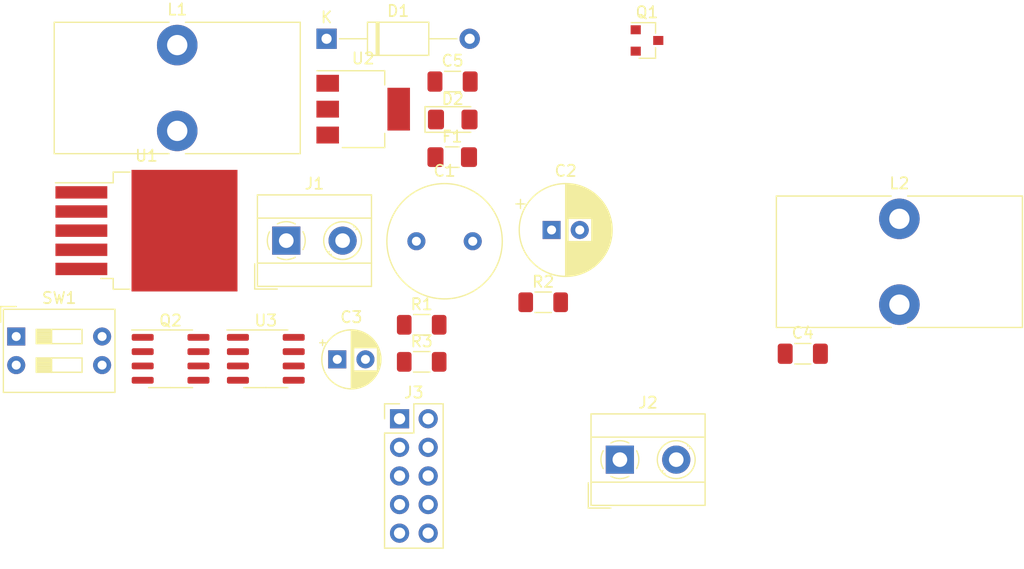
<source format=kicad_pcb>
(kicad_pcb (version 20171130) (host pcbnew "(5.1.10-1-10_14)")

  (general
    (thickness 1.6)
    (drawings 0)
    (tracks 0)
    (zones 0)
    (modules 22)
    (nets 19)
  )

  (page A4)
  (layers
    (0 F.Cu signal)
    (31 B.Cu signal)
    (32 B.Adhes user)
    (33 F.Adhes user)
    (34 B.Paste user)
    (35 F.Paste user)
    (36 B.SilkS user)
    (37 F.SilkS user)
    (38 B.Mask user)
    (39 F.Mask user)
    (40 Dwgs.User user)
    (41 Cmts.User user)
    (42 Eco1.User user)
    (43 Eco2.User user)
    (44 Edge.Cuts user)
    (45 Margin user)
    (46 B.CrtYd user)
    (47 F.CrtYd user)
    (48 B.Fab user)
    (49 F.Fab user)
  )

  (setup
    (last_trace_width 0.25)
    (trace_clearance 0.2)
    (zone_clearance 0.508)
    (zone_45_only no)
    (trace_min 0.2)
    (via_size 0.8)
    (via_drill 0.4)
    (via_min_size 0.4)
    (via_min_drill 0.3)
    (uvia_size 0.3)
    (uvia_drill 0.1)
    (uvias_allowed no)
    (uvia_min_size 0.2)
    (uvia_min_drill 0.1)
    (edge_width 0.1)
    (segment_width 0.2)
    (pcb_text_width 0.3)
    (pcb_text_size 1.5 1.5)
    (mod_edge_width 0.15)
    (mod_text_size 1 1)
    (mod_text_width 0.15)
    (pad_size 1.524 1.524)
    (pad_drill 0.762)
    (pad_to_mask_clearance 0)
    (aux_axis_origin 0 0)
    (visible_elements FFFFFF7F)
    (pcbplotparams
      (layerselection 0x010fc_ffffffff)
      (usegerberextensions false)
      (usegerberattributes true)
      (usegerberadvancedattributes true)
      (creategerberjobfile true)
      (excludeedgelayer true)
      (linewidth 0.100000)
      (plotframeref false)
      (viasonmask false)
      (mode 1)
      (useauxorigin false)
      (hpglpennumber 1)
      (hpglpenspeed 20)
      (hpglpendiameter 15.000000)
      (psnegative false)
      (psa4output false)
      (plotreference true)
      (plotvalue true)
      (plotinvisibletext false)
      (padsonsilk false)
      (subtractmaskfromsilk false)
      (outputformat 1)
      (mirror false)
      (drillshape 1)
      (scaleselection 1)
      (outputdirectory ""))
  )

  (net 0 "")
  (net 1 "Net-(C1-Pad1)")
  (net 2 GND)
  (net 3 "Net-(C2-Pad1)")
  (net 4 "Net-(C3-Pad1)")
  (net 5 "Net-(D1-Pad1)")
  (net 6 /GPIO)
  (net 7 /LOAD)
  (net 8 "Net-(Q1-Pad1)")
  (net 9 "Net-(Q1-Pad3)")
  (net 10 /~PWR)
  (net 11 /LED)
  (net 12 /DLY)
  (net 13 /~ACR)
  (net 14 /PWR_SW)
  (net 15 "Net-(C5-Pad1)")
  (net 16 "Net-(D2-Pad1)")
  (net 17 "Net-(F1-Pad1)")
  (net 18 "Net-(J3-Pad1)")

  (net_class Default "Ceci est la Netclass par défaut."
    (clearance 0.2)
    (trace_width 0.25)
    (via_dia 0.8)
    (via_drill 0.4)
    (uvia_dia 0.3)
    (uvia_drill 0.1)
    (add_net /DLY)
    (add_net /GPIO)
    (add_net /LED)
    (add_net /LOAD)
    (add_net /PWR_SW)
    (add_net /~ACR)
    (add_net /~PWR)
    (add_net GND)
    (add_net "Net-(C1-Pad1)")
    (add_net "Net-(C2-Pad1)")
    (add_net "Net-(C3-Pad1)")
    (add_net "Net-(C5-Pad1)")
    (add_net "Net-(D1-Pad1)")
    (add_net "Net-(D2-Pad1)")
    (add_net "Net-(F1-Pad1)")
    (add_net "Net-(J3-Pad1)")
    (add_net "Net-(Q1-Pad1)")
    (add_net "Net-(Q1-Pad3)")
  )

  (module Connector_PinHeader_2.54mm:PinHeader_2x05_P2.54mm_Vertical (layer F.Cu) (tedit 59FED5CC) (tstamp 6186BC01)
    (at 44.45 39.37)
    (descr "Through hole straight pin header, 2x05, 2.54mm pitch, double rows")
    (tags "Through hole pin header THT 2x05 2.54mm double row")
    (path /618C2BC7)
    (fp_text reference J3 (at 1.27 -2.33) (layer F.SilkS)
      (effects (font (size 1 1) (thickness 0.15)))
    )
    (fp_text value frontpanel (at 1.27 12.49) (layer F.Fab)
      (effects (font (size 1 1) (thickness 0.15)))
    )
    (fp_line (start 4.35 -1.8) (end -1.8 -1.8) (layer F.CrtYd) (width 0.05))
    (fp_line (start 4.35 11.95) (end 4.35 -1.8) (layer F.CrtYd) (width 0.05))
    (fp_line (start -1.8 11.95) (end 4.35 11.95) (layer F.CrtYd) (width 0.05))
    (fp_line (start -1.8 -1.8) (end -1.8 11.95) (layer F.CrtYd) (width 0.05))
    (fp_line (start -1.33 -1.33) (end 0 -1.33) (layer F.SilkS) (width 0.12))
    (fp_line (start -1.33 0) (end -1.33 -1.33) (layer F.SilkS) (width 0.12))
    (fp_line (start 1.27 -1.33) (end 3.87 -1.33) (layer F.SilkS) (width 0.12))
    (fp_line (start 1.27 1.27) (end 1.27 -1.33) (layer F.SilkS) (width 0.12))
    (fp_line (start -1.33 1.27) (end 1.27 1.27) (layer F.SilkS) (width 0.12))
    (fp_line (start 3.87 -1.33) (end 3.87 11.49) (layer F.SilkS) (width 0.12))
    (fp_line (start -1.33 1.27) (end -1.33 11.49) (layer F.SilkS) (width 0.12))
    (fp_line (start -1.33 11.49) (end 3.87 11.49) (layer F.SilkS) (width 0.12))
    (fp_line (start -1.27 0) (end 0 -1.27) (layer F.Fab) (width 0.1))
    (fp_line (start -1.27 11.43) (end -1.27 0) (layer F.Fab) (width 0.1))
    (fp_line (start 3.81 11.43) (end -1.27 11.43) (layer F.Fab) (width 0.1))
    (fp_line (start 3.81 -1.27) (end 3.81 11.43) (layer F.Fab) (width 0.1))
    (fp_line (start 0 -1.27) (end 3.81 -1.27) (layer F.Fab) (width 0.1))
    (fp_text user %R (at 1.27 5.08 90) (layer F.Fab)
      (effects (font (size 1 1) (thickness 0.15)))
    )
    (pad 1 thru_hole rect (at 0 0) (size 1.7 1.7) (drill 1) (layers *.Cu *.Mask)
      (net 18 "Net-(J3-Pad1)"))
    (pad 2 thru_hole oval (at 2.54 0) (size 1.7 1.7) (drill 1) (layers *.Cu *.Mask)
      (net 2 GND))
    (pad 3 thru_hole oval (at 0 2.54) (size 1.7 1.7) (drill 1) (layers *.Cu *.Mask)
      (net 14 /PWR_SW))
    (pad 4 thru_hole oval (at 2.54 2.54) (size 1.7 1.7) (drill 1) (layers *.Cu *.Mask)
      (net 2 GND))
    (pad 5 thru_hole oval (at 0 5.08) (size 1.7 1.7) (drill 1) (layers *.Cu *.Mask)
      (net 6 /GPIO))
    (pad 6 thru_hole oval (at 2.54 5.08) (size 1.7 1.7) (drill 1) (layers *.Cu *.Mask)
      (net 2 GND))
    (pad 7 thru_hole oval (at 0 7.62) (size 1.7 1.7) (drill 1) (layers *.Cu *.Mask)
      (net 7 /LOAD))
    (pad 8 thru_hole oval (at 2.54 7.62) (size 1.7 1.7) (drill 1) (layers *.Cu *.Mask)
      (net 7 /LOAD))
    (pad 9 thru_hole oval (at 0 10.16) (size 1.7 1.7) (drill 1) (layers *.Cu *.Mask)
      (net 2 GND))
    (pad 10 thru_hole oval (at 2.54 10.16) (size 1.7 1.7) (drill 1) (layers *.Cu *.Mask)
      (net 2 GND))
    (model ${KISYS3DMOD}/Connector_PinHeader_2.54mm.3dshapes/PinHeader_2x05_P2.54mm_Vertical.wrl
      (at (xyz 0 0 0))
      (scale (xyz 1 1 1))
      (rotate (xyz 0 0 0))
    )
  )

  (module Capacitor_THT:C_Radial_D10.0mm_H20.0mm_P5.00mm (layer F.Cu) (tedit 5BC5C9BA) (tstamp 6067EFFA)
    (at 45.945001 23.605001)
    (descr "C, Radial series, Radial, pin pitch=5.00mm, diameter=10mm, height=20mm, Non-Polar Electrolytic Capacitor")
    (tags "C Radial series Radial pin pitch 5.00mm diameter 10mm height 20mm Non-Polar Electrolytic Capacitor")
    (path /5AD7330B)
    (fp_text reference C1 (at 2.5 -6.25) (layer F.SilkS)
      (effects (font (size 1 1) (thickness 0.15)))
    )
    (fp_text value 680u (at 2.5 6.25) (layer F.Fab)
      (effects (font (size 1 1) (thickness 0.15)))
    )
    (fp_circle (center 2.5 0) (end 7.75 0) (layer F.CrtYd) (width 0.05))
    (fp_circle (center 2.5 0) (end 7.62 0) (layer F.SilkS) (width 0.12))
    (fp_circle (center 2.5 0) (end 7.5 0) (layer F.Fab) (width 0.1))
    (fp_text user %R (at 2.5 0) (layer F.Fab)
      (effects (font (size 1 1) (thickness 0.15)))
    )
    (pad 1 thru_hole circle (at 0 0) (size 1.6 1.6) (drill 0.8) (layers *.Cu *.Mask)
      (net 1 "Net-(C1-Pad1)"))
    (pad 2 thru_hole circle (at 5 0) (size 1.6 1.6) (drill 0.8) (layers *.Cu *.Mask)
      (net 2 GND))
    (model ${KISYS3DMOD}/Capacitor_THT.3dshapes/C_Radial_D10.0mm_H20.0mm_P5.00mm.wrl
      (at (xyz 0 0 0))
      (scale (xyz 1 1 1))
      (rotate (xyz 0 0 0))
    )
  )

  (module Capacitor_THT:CP_Radial_D8.0mm_P2.50mm (layer F.Cu) (tedit 5AE50EF0) (tstamp 6067F0A3)
    (at 57.939699 22.605001)
    (descr "CP, Radial series, Radial, pin pitch=2.50mm, , diameter=8mm, Electrolytic Capacitor")
    (tags "CP Radial series Radial pin pitch 2.50mm  diameter 8mm Electrolytic Capacitor")
    (path /5AD73308)
    (fp_text reference C2 (at 1.25 -5.25) (layer F.SilkS)
      (effects (font (size 1 1) (thickness 0.15)))
    )
    (fp_text value 220u (at 1.25 5.25) (layer F.Fab)
      (effects (font (size 1 1) (thickness 0.15)))
    )
    (fp_line (start -2.759698 -2.715) (end -2.759698 -1.915) (layer F.SilkS) (width 0.12))
    (fp_line (start -3.159698 -2.315) (end -2.359698 -2.315) (layer F.SilkS) (width 0.12))
    (fp_line (start 5.331 -0.533) (end 5.331 0.533) (layer F.SilkS) (width 0.12))
    (fp_line (start 5.291 -0.768) (end 5.291 0.768) (layer F.SilkS) (width 0.12))
    (fp_line (start 5.251 -0.948) (end 5.251 0.948) (layer F.SilkS) (width 0.12))
    (fp_line (start 5.211 -1.098) (end 5.211 1.098) (layer F.SilkS) (width 0.12))
    (fp_line (start 5.171 -1.229) (end 5.171 1.229) (layer F.SilkS) (width 0.12))
    (fp_line (start 5.131 -1.346) (end 5.131 1.346) (layer F.SilkS) (width 0.12))
    (fp_line (start 5.091 -1.453) (end 5.091 1.453) (layer F.SilkS) (width 0.12))
    (fp_line (start 5.051 -1.552) (end 5.051 1.552) (layer F.SilkS) (width 0.12))
    (fp_line (start 5.011 -1.645) (end 5.011 1.645) (layer F.SilkS) (width 0.12))
    (fp_line (start 4.971 -1.731) (end 4.971 1.731) (layer F.SilkS) (width 0.12))
    (fp_line (start 4.931 -1.813) (end 4.931 1.813) (layer F.SilkS) (width 0.12))
    (fp_line (start 4.891 -1.89) (end 4.891 1.89) (layer F.SilkS) (width 0.12))
    (fp_line (start 4.851 -1.964) (end 4.851 1.964) (layer F.SilkS) (width 0.12))
    (fp_line (start 4.811 -2.034) (end 4.811 2.034) (layer F.SilkS) (width 0.12))
    (fp_line (start 4.771 -2.102) (end 4.771 2.102) (layer F.SilkS) (width 0.12))
    (fp_line (start 4.731 -2.166) (end 4.731 2.166) (layer F.SilkS) (width 0.12))
    (fp_line (start 4.691 -2.228) (end 4.691 2.228) (layer F.SilkS) (width 0.12))
    (fp_line (start 4.651 -2.287) (end 4.651 2.287) (layer F.SilkS) (width 0.12))
    (fp_line (start 4.611 -2.345) (end 4.611 2.345) (layer F.SilkS) (width 0.12))
    (fp_line (start 4.571 -2.4) (end 4.571 2.4) (layer F.SilkS) (width 0.12))
    (fp_line (start 4.531 -2.454) (end 4.531 2.454) (layer F.SilkS) (width 0.12))
    (fp_line (start 4.491 -2.505) (end 4.491 2.505) (layer F.SilkS) (width 0.12))
    (fp_line (start 4.451 -2.556) (end 4.451 2.556) (layer F.SilkS) (width 0.12))
    (fp_line (start 4.411 -2.604) (end 4.411 2.604) (layer F.SilkS) (width 0.12))
    (fp_line (start 4.371 -2.651) (end 4.371 2.651) (layer F.SilkS) (width 0.12))
    (fp_line (start 4.331 -2.697) (end 4.331 2.697) (layer F.SilkS) (width 0.12))
    (fp_line (start 4.291 -2.741) (end 4.291 2.741) (layer F.SilkS) (width 0.12))
    (fp_line (start 4.251 -2.784) (end 4.251 2.784) (layer F.SilkS) (width 0.12))
    (fp_line (start 4.211 -2.826) (end 4.211 2.826) (layer F.SilkS) (width 0.12))
    (fp_line (start 4.171 -2.867) (end 4.171 2.867) (layer F.SilkS) (width 0.12))
    (fp_line (start 4.131 -2.907) (end 4.131 2.907) (layer F.SilkS) (width 0.12))
    (fp_line (start 4.091 -2.945) (end 4.091 2.945) (layer F.SilkS) (width 0.12))
    (fp_line (start 4.051 -2.983) (end 4.051 2.983) (layer F.SilkS) (width 0.12))
    (fp_line (start 4.011 -3.019) (end 4.011 3.019) (layer F.SilkS) (width 0.12))
    (fp_line (start 3.971 -3.055) (end 3.971 3.055) (layer F.SilkS) (width 0.12))
    (fp_line (start 3.931 -3.09) (end 3.931 3.09) (layer F.SilkS) (width 0.12))
    (fp_line (start 3.891 -3.124) (end 3.891 3.124) (layer F.SilkS) (width 0.12))
    (fp_line (start 3.851 -3.156) (end 3.851 3.156) (layer F.SilkS) (width 0.12))
    (fp_line (start 3.811 -3.189) (end 3.811 3.189) (layer F.SilkS) (width 0.12))
    (fp_line (start 3.771 -3.22) (end 3.771 3.22) (layer F.SilkS) (width 0.12))
    (fp_line (start 3.731 -3.25) (end 3.731 3.25) (layer F.SilkS) (width 0.12))
    (fp_line (start 3.691 -3.28) (end 3.691 3.28) (layer F.SilkS) (width 0.12))
    (fp_line (start 3.651 -3.309) (end 3.651 3.309) (layer F.SilkS) (width 0.12))
    (fp_line (start 3.611 -3.338) (end 3.611 3.338) (layer F.SilkS) (width 0.12))
    (fp_line (start 3.571 -3.365) (end 3.571 3.365) (layer F.SilkS) (width 0.12))
    (fp_line (start 3.531 1.04) (end 3.531 3.392) (layer F.SilkS) (width 0.12))
    (fp_line (start 3.531 -3.392) (end 3.531 -1.04) (layer F.SilkS) (width 0.12))
    (fp_line (start 3.491 1.04) (end 3.491 3.418) (layer F.SilkS) (width 0.12))
    (fp_line (start 3.491 -3.418) (end 3.491 -1.04) (layer F.SilkS) (width 0.12))
    (fp_line (start 3.451 1.04) (end 3.451 3.444) (layer F.SilkS) (width 0.12))
    (fp_line (start 3.451 -3.444) (end 3.451 -1.04) (layer F.SilkS) (width 0.12))
    (fp_line (start 3.411 1.04) (end 3.411 3.469) (layer F.SilkS) (width 0.12))
    (fp_line (start 3.411 -3.469) (end 3.411 -1.04) (layer F.SilkS) (width 0.12))
    (fp_line (start 3.371 1.04) (end 3.371 3.493) (layer F.SilkS) (width 0.12))
    (fp_line (start 3.371 -3.493) (end 3.371 -1.04) (layer F.SilkS) (width 0.12))
    (fp_line (start 3.331 1.04) (end 3.331 3.517) (layer F.SilkS) (width 0.12))
    (fp_line (start 3.331 -3.517) (end 3.331 -1.04) (layer F.SilkS) (width 0.12))
    (fp_line (start 3.291 1.04) (end 3.291 3.54) (layer F.SilkS) (width 0.12))
    (fp_line (start 3.291 -3.54) (end 3.291 -1.04) (layer F.SilkS) (width 0.12))
    (fp_line (start 3.251 1.04) (end 3.251 3.562) (layer F.SilkS) (width 0.12))
    (fp_line (start 3.251 -3.562) (end 3.251 -1.04) (layer F.SilkS) (width 0.12))
    (fp_line (start 3.211 1.04) (end 3.211 3.584) (layer F.SilkS) (width 0.12))
    (fp_line (start 3.211 -3.584) (end 3.211 -1.04) (layer F.SilkS) (width 0.12))
    (fp_line (start 3.171 1.04) (end 3.171 3.606) (layer F.SilkS) (width 0.12))
    (fp_line (start 3.171 -3.606) (end 3.171 -1.04) (layer F.SilkS) (width 0.12))
    (fp_line (start 3.131 1.04) (end 3.131 3.627) (layer F.SilkS) (width 0.12))
    (fp_line (start 3.131 -3.627) (end 3.131 -1.04) (layer F.SilkS) (width 0.12))
    (fp_line (start 3.091 1.04) (end 3.091 3.647) (layer F.SilkS) (width 0.12))
    (fp_line (start 3.091 -3.647) (end 3.091 -1.04) (layer F.SilkS) (width 0.12))
    (fp_line (start 3.051 1.04) (end 3.051 3.666) (layer F.SilkS) (width 0.12))
    (fp_line (start 3.051 -3.666) (end 3.051 -1.04) (layer F.SilkS) (width 0.12))
    (fp_line (start 3.011 1.04) (end 3.011 3.686) (layer F.SilkS) (width 0.12))
    (fp_line (start 3.011 -3.686) (end 3.011 -1.04) (layer F.SilkS) (width 0.12))
    (fp_line (start 2.971 1.04) (end 2.971 3.704) (layer F.SilkS) (width 0.12))
    (fp_line (start 2.971 -3.704) (end 2.971 -1.04) (layer F.SilkS) (width 0.12))
    (fp_line (start 2.931 1.04) (end 2.931 3.722) (layer F.SilkS) (width 0.12))
    (fp_line (start 2.931 -3.722) (end 2.931 -1.04) (layer F.SilkS) (width 0.12))
    (fp_line (start 2.891 1.04) (end 2.891 3.74) (layer F.SilkS) (width 0.12))
    (fp_line (start 2.891 -3.74) (end 2.891 -1.04) (layer F.SilkS) (width 0.12))
    (fp_line (start 2.851 1.04) (end 2.851 3.757) (layer F.SilkS) (width 0.12))
    (fp_line (start 2.851 -3.757) (end 2.851 -1.04) (layer F.SilkS) (width 0.12))
    (fp_line (start 2.811 1.04) (end 2.811 3.774) (layer F.SilkS) (width 0.12))
    (fp_line (start 2.811 -3.774) (end 2.811 -1.04) (layer F.SilkS) (width 0.12))
    (fp_line (start 2.771 1.04) (end 2.771 3.79) (layer F.SilkS) (width 0.12))
    (fp_line (start 2.771 -3.79) (end 2.771 -1.04) (layer F.SilkS) (width 0.12))
    (fp_line (start 2.731 1.04) (end 2.731 3.805) (layer F.SilkS) (width 0.12))
    (fp_line (start 2.731 -3.805) (end 2.731 -1.04) (layer F.SilkS) (width 0.12))
    (fp_line (start 2.691 1.04) (end 2.691 3.821) (layer F.SilkS) (width 0.12))
    (fp_line (start 2.691 -3.821) (end 2.691 -1.04) (layer F.SilkS) (width 0.12))
    (fp_line (start 2.651 1.04) (end 2.651 3.835) (layer F.SilkS) (width 0.12))
    (fp_line (start 2.651 -3.835) (end 2.651 -1.04) (layer F.SilkS) (width 0.12))
    (fp_line (start 2.611 1.04) (end 2.611 3.85) (layer F.SilkS) (width 0.12))
    (fp_line (start 2.611 -3.85) (end 2.611 -1.04) (layer F.SilkS) (width 0.12))
    (fp_line (start 2.571 1.04) (end 2.571 3.863) (layer F.SilkS) (width 0.12))
    (fp_line (start 2.571 -3.863) (end 2.571 -1.04) (layer F.SilkS) (width 0.12))
    (fp_line (start 2.531 1.04) (end 2.531 3.877) (layer F.SilkS) (width 0.12))
    (fp_line (start 2.531 -3.877) (end 2.531 -1.04) (layer F.SilkS) (width 0.12))
    (fp_line (start 2.491 1.04) (end 2.491 3.889) (layer F.SilkS) (width 0.12))
    (fp_line (start 2.491 -3.889) (end 2.491 -1.04) (layer F.SilkS) (width 0.12))
    (fp_line (start 2.451 1.04) (end 2.451 3.902) (layer F.SilkS) (width 0.12))
    (fp_line (start 2.451 -3.902) (end 2.451 -1.04) (layer F.SilkS) (width 0.12))
    (fp_line (start 2.411 1.04) (end 2.411 3.914) (layer F.SilkS) (width 0.12))
    (fp_line (start 2.411 -3.914) (end 2.411 -1.04) (layer F.SilkS) (width 0.12))
    (fp_line (start 2.371 1.04) (end 2.371 3.925) (layer F.SilkS) (width 0.12))
    (fp_line (start 2.371 -3.925) (end 2.371 -1.04) (layer F.SilkS) (width 0.12))
    (fp_line (start 2.331 1.04) (end 2.331 3.936) (layer F.SilkS) (width 0.12))
    (fp_line (start 2.331 -3.936) (end 2.331 -1.04) (layer F.SilkS) (width 0.12))
    (fp_line (start 2.291 1.04) (end 2.291 3.947) (layer F.SilkS) (width 0.12))
    (fp_line (start 2.291 -3.947) (end 2.291 -1.04) (layer F.SilkS) (width 0.12))
    (fp_line (start 2.251 1.04) (end 2.251 3.957) (layer F.SilkS) (width 0.12))
    (fp_line (start 2.251 -3.957) (end 2.251 -1.04) (layer F.SilkS) (width 0.12))
    (fp_line (start 2.211 1.04) (end 2.211 3.967) (layer F.SilkS) (width 0.12))
    (fp_line (start 2.211 -3.967) (end 2.211 -1.04) (layer F.SilkS) (width 0.12))
    (fp_line (start 2.171 1.04) (end 2.171 3.976) (layer F.SilkS) (width 0.12))
    (fp_line (start 2.171 -3.976) (end 2.171 -1.04) (layer F.SilkS) (width 0.12))
    (fp_line (start 2.131 1.04) (end 2.131 3.985) (layer F.SilkS) (width 0.12))
    (fp_line (start 2.131 -3.985) (end 2.131 -1.04) (layer F.SilkS) (width 0.12))
    (fp_line (start 2.091 1.04) (end 2.091 3.994) (layer F.SilkS) (width 0.12))
    (fp_line (start 2.091 -3.994) (end 2.091 -1.04) (layer F.SilkS) (width 0.12))
    (fp_line (start 2.051 1.04) (end 2.051 4.002) (layer F.SilkS) (width 0.12))
    (fp_line (start 2.051 -4.002) (end 2.051 -1.04) (layer F.SilkS) (width 0.12))
    (fp_line (start 2.011 1.04) (end 2.011 4.01) (layer F.SilkS) (width 0.12))
    (fp_line (start 2.011 -4.01) (end 2.011 -1.04) (layer F.SilkS) (width 0.12))
    (fp_line (start 1.971 1.04) (end 1.971 4.017) (layer F.SilkS) (width 0.12))
    (fp_line (start 1.971 -4.017) (end 1.971 -1.04) (layer F.SilkS) (width 0.12))
    (fp_line (start 1.93 1.04) (end 1.93 4.024) (layer F.SilkS) (width 0.12))
    (fp_line (start 1.93 -4.024) (end 1.93 -1.04) (layer F.SilkS) (width 0.12))
    (fp_line (start 1.89 1.04) (end 1.89 4.03) (layer F.SilkS) (width 0.12))
    (fp_line (start 1.89 -4.03) (end 1.89 -1.04) (layer F.SilkS) (width 0.12))
    (fp_line (start 1.85 1.04) (end 1.85 4.037) (layer F.SilkS) (width 0.12))
    (fp_line (start 1.85 -4.037) (end 1.85 -1.04) (layer F.SilkS) (width 0.12))
    (fp_line (start 1.81 1.04) (end 1.81 4.042) (layer F.SilkS) (width 0.12))
    (fp_line (start 1.81 -4.042) (end 1.81 -1.04) (layer F.SilkS) (width 0.12))
    (fp_line (start 1.77 1.04) (end 1.77 4.048) (layer F.SilkS) (width 0.12))
    (fp_line (start 1.77 -4.048) (end 1.77 -1.04) (layer F.SilkS) (width 0.12))
    (fp_line (start 1.73 1.04) (end 1.73 4.052) (layer F.SilkS) (width 0.12))
    (fp_line (start 1.73 -4.052) (end 1.73 -1.04) (layer F.SilkS) (width 0.12))
    (fp_line (start 1.69 1.04) (end 1.69 4.057) (layer F.SilkS) (width 0.12))
    (fp_line (start 1.69 -4.057) (end 1.69 -1.04) (layer F.SilkS) (width 0.12))
    (fp_line (start 1.65 1.04) (end 1.65 4.061) (layer F.SilkS) (width 0.12))
    (fp_line (start 1.65 -4.061) (end 1.65 -1.04) (layer F.SilkS) (width 0.12))
    (fp_line (start 1.61 1.04) (end 1.61 4.065) (layer F.SilkS) (width 0.12))
    (fp_line (start 1.61 -4.065) (end 1.61 -1.04) (layer F.SilkS) (width 0.12))
    (fp_line (start 1.57 1.04) (end 1.57 4.068) (layer F.SilkS) (width 0.12))
    (fp_line (start 1.57 -4.068) (end 1.57 -1.04) (layer F.SilkS) (width 0.12))
    (fp_line (start 1.53 1.04) (end 1.53 4.071) (layer F.SilkS) (width 0.12))
    (fp_line (start 1.53 -4.071) (end 1.53 -1.04) (layer F.SilkS) (width 0.12))
    (fp_line (start 1.49 1.04) (end 1.49 4.074) (layer F.SilkS) (width 0.12))
    (fp_line (start 1.49 -4.074) (end 1.49 -1.04) (layer F.SilkS) (width 0.12))
    (fp_line (start 1.45 -4.076) (end 1.45 4.076) (layer F.SilkS) (width 0.12))
    (fp_line (start 1.41 -4.077) (end 1.41 4.077) (layer F.SilkS) (width 0.12))
    (fp_line (start 1.37 -4.079) (end 1.37 4.079) (layer F.SilkS) (width 0.12))
    (fp_line (start 1.33 -4.08) (end 1.33 4.08) (layer F.SilkS) (width 0.12))
    (fp_line (start 1.29 -4.08) (end 1.29 4.08) (layer F.SilkS) (width 0.12))
    (fp_line (start 1.25 -4.08) (end 1.25 4.08) (layer F.SilkS) (width 0.12))
    (fp_line (start -1.776759 -2.1475) (end -1.776759 -1.3475) (layer F.Fab) (width 0.1))
    (fp_line (start -2.176759 -1.7475) (end -1.376759 -1.7475) (layer F.Fab) (width 0.1))
    (fp_circle (center 1.25 0) (end 5.5 0) (layer F.CrtYd) (width 0.05))
    (fp_circle (center 1.25 0) (end 5.37 0) (layer F.SilkS) (width 0.12))
    (fp_circle (center 1.25 0) (end 5.25 0) (layer F.Fab) (width 0.1))
    (fp_text user %R (at 1.25 0) (layer F.Fab)
      (effects (font (size 1 1) (thickness 0.15)))
    )
    (pad 1 thru_hole rect (at 0 0) (size 1.6 1.6) (drill 0.8) (layers *.Cu *.Mask)
      (net 3 "Net-(C2-Pad1)"))
    (pad 2 thru_hole circle (at 2.5 0) (size 1.6 1.6) (drill 0.8) (layers *.Cu *.Mask)
      (net 2 GND))
    (model ${KISYS3DMOD}/Capacitor_THT.3dshapes/CP_Radial_D8.0mm_P2.50mm.wrl
      (at (xyz 0 0 0))
      (scale (xyz 1 1 1))
      (rotate (xyz 0 0 0))
    )
  )

  (module Capacitor_THT:CP_Radial_D5.0mm_P2.50mm (layer F.Cu) (tedit 5AE50EF0) (tstamp 6067F127)
    (at 38.924776 34.095001)
    (descr "CP, Radial series, Radial, pin pitch=2.50mm, , diameter=5mm, Electrolytic Capacitor")
    (tags "CP Radial series Radial pin pitch 2.50mm  diameter 5mm Electrolytic Capacitor")
    (path /5AD7331D)
    (fp_text reference C3 (at 1.25 -3.75) (layer F.SilkS)
      (effects (font (size 1 1) (thickness 0.15)))
    )
    (fp_text value 100u (at 1.25 3.75) (layer F.Fab)
      (effects (font (size 1 1) (thickness 0.15)))
    )
    (fp_line (start -1.304775 -1.725) (end -1.304775 -1.225) (layer F.SilkS) (width 0.12))
    (fp_line (start -1.554775 -1.475) (end -1.054775 -1.475) (layer F.SilkS) (width 0.12))
    (fp_line (start 3.851 -0.284) (end 3.851 0.284) (layer F.SilkS) (width 0.12))
    (fp_line (start 3.811 -0.518) (end 3.811 0.518) (layer F.SilkS) (width 0.12))
    (fp_line (start 3.771 -0.677) (end 3.771 0.677) (layer F.SilkS) (width 0.12))
    (fp_line (start 3.731 -0.805) (end 3.731 0.805) (layer F.SilkS) (width 0.12))
    (fp_line (start 3.691 -0.915) (end 3.691 0.915) (layer F.SilkS) (width 0.12))
    (fp_line (start 3.651 -1.011) (end 3.651 1.011) (layer F.SilkS) (width 0.12))
    (fp_line (start 3.611 -1.098) (end 3.611 1.098) (layer F.SilkS) (width 0.12))
    (fp_line (start 3.571 -1.178) (end 3.571 1.178) (layer F.SilkS) (width 0.12))
    (fp_line (start 3.531 1.04) (end 3.531 1.251) (layer F.SilkS) (width 0.12))
    (fp_line (start 3.531 -1.251) (end 3.531 -1.04) (layer F.SilkS) (width 0.12))
    (fp_line (start 3.491 1.04) (end 3.491 1.319) (layer F.SilkS) (width 0.12))
    (fp_line (start 3.491 -1.319) (end 3.491 -1.04) (layer F.SilkS) (width 0.12))
    (fp_line (start 3.451 1.04) (end 3.451 1.383) (layer F.SilkS) (width 0.12))
    (fp_line (start 3.451 -1.383) (end 3.451 -1.04) (layer F.SilkS) (width 0.12))
    (fp_line (start 3.411 1.04) (end 3.411 1.443) (layer F.SilkS) (width 0.12))
    (fp_line (start 3.411 -1.443) (end 3.411 -1.04) (layer F.SilkS) (width 0.12))
    (fp_line (start 3.371 1.04) (end 3.371 1.5) (layer F.SilkS) (width 0.12))
    (fp_line (start 3.371 -1.5) (end 3.371 -1.04) (layer F.SilkS) (width 0.12))
    (fp_line (start 3.331 1.04) (end 3.331 1.554) (layer F.SilkS) (width 0.12))
    (fp_line (start 3.331 -1.554) (end 3.331 -1.04) (layer F.SilkS) (width 0.12))
    (fp_line (start 3.291 1.04) (end 3.291 1.605) (layer F.SilkS) (width 0.12))
    (fp_line (start 3.291 -1.605) (end 3.291 -1.04) (layer F.SilkS) (width 0.12))
    (fp_line (start 3.251 1.04) (end 3.251 1.653) (layer F.SilkS) (width 0.12))
    (fp_line (start 3.251 -1.653) (end 3.251 -1.04) (layer F.SilkS) (width 0.12))
    (fp_line (start 3.211 1.04) (end 3.211 1.699) (layer F.SilkS) (width 0.12))
    (fp_line (start 3.211 -1.699) (end 3.211 -1.04) (layer F.SilkS) (width 0.12))
    (fp_line (start 3.171 1.04) (end 3.171 1.743) (layer F.SilkS) (width 0.12))
    (fp_line (start 3.171 -1.743) (end 3.171 -1.04) (layer F.SilkS) (width 0.12))
    (fp_line (start 3.131 1.04) (end 3.131 1.785) (layer F.SilkS) (width 0.12))
    (fp_line (start 3.131 -1.785) (end 3.131 -1.04) (layer F.SilkS) (width 0.12))
    (fp_line (start 3.091 1.04) (end 3.091 1.826) (layer F.SilkS) (width 0.12))
    (fp_line (start 3.091 -1.826) (end 3.091 -1.04) (layer F.SilkS) (width 0.12))
    (fp_line (start 3.051 1.04) (end 3.051 1.864) (layer F.SilkS) (width 0.12))
    (fp_line (start 3.051 -1.864) (end 3.051 -1.04) (layer F.SilkS) (width 0.12))
    (fp_line (start 3.011 1.04) (end 3.011 1.901) (layer F.SilkS) (width 0.12))
    (fp_line (start 3.011 -1.901) (end 3.011 -1.04) (layer F.SilkS) (width 0.12))
    (fp_line (start 2.971 1.04) (end 2.971 1.937) (layer F.SilkS) (width 0.12))
    (fp_line (start 2.971 -1.937) (end 2.971 -1.04) (layer F.SilkS) (width 0.12))
    (fp_line (start 2.931 1.04) (end 2.931 1.971) (layer F.SilkS) (width 0.12))
    (fp_line (start 2.931 -1.971) (end 2.931 -1.04) (layer F.SilkS) (width 0.12))
    (fp_line (start 2.891 1.04) (end 2.891 2.004) (layer F.SilkS) (width 0.12))
    (fp_line (start 2.891 -2.004) (end 2.891 -1.04) (layer F.SilkS) (width 0.12))
    (fp_line (start 2.851 1.04) (end 2.851 2.035) (layer F.SilkS) (width 0.12))
    (fp_line (start 2.851 -2.035) (end 2.851 -1.04) (layer F.SilkS) (width 0.12))
    (fp_line (start 2.811 1.04) (end 2.811 2.065) (layer F.SilkS) (width 0.12))
    (fp_line (start 2.811 -2.065) (end 2.811 -1.04) (layer F.SilkS) (width 0.12))
    (fp_line (start 2.771 1.04) (end 2.771 2.095) (layer F.SilkS) (width 0.12))
    (fp_line (start 2.771 -2.095) (end 2.771 -1.04) (layer F.SilkS) (width 0.12))
    (fp_line (start 2.731 1.04) (end 2.731 2.122) (layer F.SilkS) (width 0.12))
    (fp_line (start 2.731 -2.122) (end 2.731 -1.04) (layer F.SilkS) (width 0.12))
    (fp_line (start 2.691 1.04) (end 2.691 2.149) (layer F.SilkS) (width 0.12))
    (fp_line (start 2.691 -2.149) (end 2.691 -1.04) (layer F.SilkS) (width 0.12))
    (fp_line (start 2.651 1.04) (end 2.651 2.175) (layer F.SilkS) (width 0.12))
    (fp_line (start 2.651 -2.175) (end 2.651 -1.04) (layer F.SilkS) (width 0.12))
    (fp_line (start 2.611 1.04) (end 2.611 2.2) (layer F.SilkS) (width 0.12))
    (fp_line (start 2.611 -2.2) (end 2.611 -1.04) (layer F.SilkS) (width 0.12))
    (fp_line (start 2.571 1.04) (end 2.571 2.224) (layer F.SilkS) (width 0.12))
    (fp_line (start 2.571 -2.224) (end 2.571 -1.04) (layer F.SilkS) (width 0.12))
    (fp_line (start 2.531 1.04) (end 2.531 2.247) (layer F.SilkS) (width 0.12))
    (fp_line (start 2.531 -2.247) (end 2.531 -1.04) (layer F.SilkS) (width 0.12))
    (fp_line (start 2.491 1.04) (end 2.491 2.268) (layer F.SilkS) (width 0.12))
    (fp_line (start 2.491 -2.268) (end 2.491 -1.04) (layer F.SilkS) (width 0.12))
    (fp_line (start 2.451 1.04) (end 2.451 2.29) (layer F.SilkS) (width 0.12))
    (fp_line (start 2.451 -2.29) (end 2.451 -1.04) (layer F.SilkS) (width 0.12))
    (fp_line (start 2.411 1.04) (end 2.411 2.31) (layer F.SilkS) (width 0.12))
    (fp_line (start 2.411 -2.31) (end 2.411 -1.04) (layer F.SilkS) (width 0.12))
    (fp_line (start 2.371 1.04) (end 2.371 2.329) (layer F.SilkS) (width 0.12))
    (fp_line (start 2.371 -2.329) (end 2.371 -1.04) (layer F.SilkS) (width 0.12))
    (fp_line (start 2.331 1.04) (end 2.331 2.348) (layer F.SilkS) (width 0.12))
    (fp_line (start 2.331 -2.348) (end 2.331 -1.04) (layer F.SilkS) (width 0.12))
    (fp_line (start 2.291 1.04) (end 2.291 2.365) (layer F.SilkS) (width 0.12))
    (fp_line (start 2.291 -2.365) (end 2.291 -1.04) (layer F.SilkS) (width 0.12))
    (fp_line (start 2.251 1.04) (end 2.251 2.382) (layer F.SilkS) (width 0.12))
    (fp_line (start 2.251 -2.382) (end 2.251 -1.04) (layer F.SilkS) (width 0.12))
    (fp_line (start 2.211 1.04) (end 2.211 2.398) (layer F.SilkS) (width 0.12))
    (fp_line (start 2.211 -2.398) (end 2.211 -1.04) (layer F.SilkS) (width 0.12))
    (fp_line (start 2.171 1.04) (end 2.171 2.414) (layer F.SilkS) (width 0.12))
    (fp_line (start 2.171 -2.414) (end 2.171 -1.04) (layer F.SilkS) (width 0.12))
    (fp_line (start 2.131 1.04) (end 2.131 2.428) (layer F.SilkS) (width 0.12))
    (fp_line (start 2.131 -2.428) (end 2.131 -1.04) (layer F.SilkS) (width 0.12))
    (fp_line (start 2.091 1.04) (end 2.091 2.442) (layer F.SilkS) (width 0.12))
    (fp_line (start 2.091 -2.442) (end 2.091 -1.04) (layer F.SilkS) (width 0.12))
    (fp_line (start 2.051 1.04) (end 2.051 2.455) (layer F.SilkS) (width 0.12))
    (fp_line (start 2.051 -2.455) (end 2.051 -1.04) (layer F.SilkS) (width 0.12))
    (fp_line (start 2.011 1.04) (end 2.011 2.468) (layer F.SilkS) (width 0.12))
    (fp_line (start 2.011 -2.468) (end 2.011 -1.04) (layer F.SilkS) (width 0.12))
    (fp_line (start 1.971 1.04) (end 1.971 2.48) (layer F.SilkS) (width 0.12))
    (fp_line (start 1.971 -2.48) (end 1.971 -1.04) (layer F.SilkS) (width 0.12))
    (fp_line (start 1.93 1.04) (end 1.93 2.491) (layer F.SilkS) (width 0.12))
    (fp_line (start 1.93 -2.491) (end 1.93 -1.04) (layer F.SilkS) (width 0.12))
    (fp_line (start 1.89 1.04) (end 1.89 2.501) (layer F.SilkS) (width 0.12))
    (fp_line (start 1.89 -2.501) (end 1.89 -1.04) (layer F.SilkS) (width 0.12))
    (fp_line (start 1.85 1.04) (end 1.85 2.511) (layer F.SilkS) (width 0.12))
    (fp_line (start 1.85 -2.511) (end 1.85 -1.04) (layer F.SilkS) (width 0.12))
    (fp_line (start 1.81 1.04) (end 1.81 2.52) (layer F.SilkS) (width 0.12))
    (fp_line (start 1.81 -2.52) (end 1.81 -1.04) (layer F.SilkS) (width 0.12))
    (fp_line (start 1.77 1.04) (end 1.77 2.528) (layer F.SilkS) (width 0.12))
    (fp_line (start 1.77 -2.528) (end 1.77 -1.04) (layer F.SilkS) (width 0.12))
    (fp_line (start 1.73 1.04) (end 1.73 2.536) (layer F.SilkS) (width 0.12))
    (fp_line (start 1.73 -2.536) (end 1.73 -1.04) (layer F.SilkS) (width 0.12))
    (fp_line (start 1.69 1.04) (end 1.69 2.543) (layer F.SilkS) (width 0.12))
    (fp_line (start 1.69 -2.543) (end 1.69 -1.04) (layer F.SilkS) (width 0.12))
    (fp_line (start 1.65 1.04) (end 1.65 2.55) (layer F.SilkS) (width 0.12))
    (fp_line (start 1.65 -2.55) (end 1.65 -1.04) (layer F.SilkS) (width 0.12))
    (fp_line (start 1.61 1.04) (end 1.61 2.556) (layer F.SilkS) (width 0.12))
    (fp_line (start 1.61 -2.556) (end 1.61 -1.04) (layer F.SilkS) (width 0.12))
    (fp_line (start 1.57 1.04) (end 1.57 2.561) (layer F.SilkS) (width 0.12))
    (fp_line (start 1.57 -2.561) (end 1.57 -1.04) (layer F.SilkS) (width 0.12))
    (fp_line (start 1.53 1.04) (end 1.53 2.565) (layer F.SilkS) (width 0.12))
    (fp_line (start 1.53 -2.565) (end 1.53 -1.04) (layer F.SilkS) (width 0.12))
    (fp_line (start 1.49 1.04) (end 1.49 2.569) (layer F.SilkS) (width 0.12))
    (fp_line (start 1.49 -2.569) (end 1.49 -1.04) (layer F.SilkS) (width 0.12))
    (fp_line (start 1.45 -2.573) (end 1.45 2.573) (layer F.SilkS) (width 0.12))
    (fp_line (start 1.41 -2.576) (end 1.41 2.576) (layer F.SilkS) (width 0.12))
    (fp_line (start 1.37 -2.578) (end 1.37 2.578) (layer F.SilkS) (width 0.12))
    (fp_line (start 1.33 -2.579) (end 1.33 2.579) (layer F.SilkS) (width 0.12))
    (fp_line (start 1.29 -2.58) (end 1.29 2.58) (layer F.SilkS) (width 0.12))
    (fp_line (start 1.25 -2.58) (end 1.25 2.58) (layer F.SilkS) (width 0.12))
    (fp_line (start -0.633605 -1.3375) (end -0.633605 -0.8375) (layer F.Fab) (width 0.1))
    (fp_line (start -0.883605 -1.0875) (end -0.383605 -1.0875) (layer F.Fab) (width 0.1))
    (fp_circle (center 1.25 0) (end 4 0) (layer F.CrtYd) (width 0.05))
    (fp_circle (center 1.25 0) (end 3.87 0) (layer F.SilkS) (width 0.12))
    (fp_circle (center 1.25 0) (end 3.75 0) (layer F.Fab) (width 0.1))
    (fp_text user %R (at 1.25 0) (layer F.Fab)
      (effects (font (size 1 1) (thickness 0.15)))
    )
    (pad 1 thru_hole rect (at 0 0) (size 1.6 1.6) (drill 0.8) (layers *.Cu *.Mask)
      (net 4 "Net-(C3-Pad1)"))
    (pad 2 thru_hole circle (at 2.5 0) (size 1.6 1.6) (drill 0.8) (layers *.Cu *.Mask)
      (net 2 GND))
    (model ${KISYS3DMOD}/Capacitor_THT.3dshapes/CP_Radial_D5.0mm_P2.50mm.wrl
      (at (xyz 0 0 0))
      (scale (xyz 1 1 1))
      (rotate (xyz 0 0 0))
    )
  )

  (module Capacitor_SMD:C_1206_3216Metric_Pad1.33x1.80mm_HandSolder (layer F.Cu) (tedit 5F68FEEF) (tstamp 6067F138)
    (at 49.155001 9.425001)
    (descr "Capacitor SMD 1206 (3216 Metric), square (rectangular) end terminal, IPC_7351 nominal with elongated pad for handsoldering. (Body size source: IPC-SM-782 page 76, https://www.pcb-3d.com/wordpress/wp-content/uploads/ipc-sm-782a_amendment_1_and_2.pdf), generated with kicad-footprint-generator")
    (tags "capacitor handsolder")
    (path /5AD732FA)
    (attr smd)
    (fp_text reference C5 (at 0 -1.85) (layer F.SilkS)
      (effects (font (size 1 1) (thickness 0.15)))
    )
    (fp_text value 100n (at 0 1.85) (layer F.Fab)
      (effects (font (size 1 1) (thickness 0.15)))
    )
    (fp_line (start 2.48 1.15) (end -2.48 1.15) (layer F.CrtYd) (width 0.05))
    (fp_line (start 2.48 -1.15) (end 2.48 1.15) (layer F.CrtYd) (width 0.05))
    (fp_line (start -2.48 -1.15) (end 2.48 -1.15) (layer F.CrtYd) (width 0.05))
    (fp_line (start -2.48 1.15) (end -2.48 -1.15) (layer F.CrtYd) (width 0.05))
    (fp_line (start -0.711252 0.91) (end 0.711252 0.91) (layer F.SilkS) (width 0.12))
    (fp_line (start -0.711252 -0.91) (end 0.711252 -0.91) (layer F.SilkS) (width 0.12))
    (fp_line (start 1.6 0.8) (end -1.6 0.8) (layer F.Fab) (width 0.1))
    (fp_line (start 1.6 -0.8) (end 1.6 0.8) (layer F.Fab) (width 0.1))
    (fp_line (start -1.6 -0.8) (end 1.6 -0.8) (layer F.Fab) (width 0.1))
    (fp_line (start -1.6 0.8) (end -1.6 -0.8) (layer F.Fab) (width 0.1))
    (fp_text user %R (at 0 0) (layer F.Fab)
      (effects (font (size 0.8 0.8) (thickness 0.12)))
    )
    (pad 1 smd roundrect (at -1.5625 0) (size 1.325 1.8) (layers F.Cu F.Paste F.Mask) (roundrect_rratio 0.188679)
      (net 15 "Net-(C5-Pad1)"))
    (pad 2 smd roundrect (at 1.5625 0) (size 1.325 1.8) (layers F.Cu F.Paste F.Mask) (roundrect_rratio 0.188679)
      (net 2 GND))
    (model ${KISYS3DMOD}/Capacitor_SMD.3dshapes/C_1206_3216Metric.wrl
      (at (xyz 0 0 0))
      (scale (xyz 1 1 1))
      (rotate (xyz 0 0 0))
    )
  )

  (module Diode_THT:D_A-405_P12.70mm_Horizontal (layer F.Cu) (tedit 5AE50CD5) (tstamp 6067F157)
    (at 37.975001 5.625001)
    (descr "Diode, A-405 series, Axial, Horizontal, pin pitch=12.7mm, , length*diameter=5.2*2.7mm^2, , http://www.diodes.com/_files/packages/A-405.pdf")
    (tags "Diode A-405 series Axial Horizontal pin pitch 12.7mm  length 5.2mm diameter 2.7mm")
    (path /6070E00B)
    (fp_text reference D1 (at 6.35 -2.47) (layer F.SilkS)
      (effects (font (size 1 1) (thickness 0.15)))
    )
    (fp_text value 1N5824 (at 6.35 2.47) (layer F.Fab)
      (effects (font (size 1 1) (thickness 0.15)))
    )
    (fp_line (start 13.85 -1.6) (end -1.15 -1.6) (layer F.CrtYd) (width 0.05))
    (fp_line (start 13.85 1.6) (end 13.85 -1.6) (layer F.CrtYd) (width 0.05))
    (fp_line (start -1.15 1.6) (end 13.85 1.6) (layer F.CrtYd) (width 0.05))
    (fp_line (start -1.15 -1.6) (end -1.15 1.6) (layer F.CrtYd) (width 0.05))
    (fp_line (start 4.41 -1.47) (end 4.41 1.47) (layer F.SilkS) (width 0.12))
    (fp_line (start 4.65 -1.47) (end 4.65 1.47) (layer F.SilkS) (width 0.12))
    (fp_line (start 4.53 -1.47) (end 4.53 1.47) (layer F.SilkS) (width 0.12))
    (fp_line (start 11.56 0) (end 9.07 0) (layer F.SilkS) (width 0.12))
    (fp_line (start 1.14 0) (end 3.63 0) (layer F.SilkS) (width 0.12))
    (fp_line (start 9.07 -1.47) (end 3.63 -1.47) (layer F.SilkS) (width 0.12))
    (fp_line (start 9.07 1.47) (end 9.07 -1.47) (layer F.SilkS) (width 0.12))
    (fp_line (start 3.63 1.47) (end 9.07 1.47) (layer F.SilkS) (width 0.12))
    (fp_line (start 3.63 -1.47) (end 3.63 1.47) (layer F.SilkS) (width 0.12))
    (fp_line (start 4.43 -1.35) (end 4.43 1.35) (layer F.Fab) (width 0.1))
    (fp_line (start 4.63 -1.35) (end 4.63 1.35) (layer F.Fab) (width 0.1))
    (fp_line (start 4.53 -1.35) (end 4.53 1.35) (layer F.Fab) (width 0.1))
    (fp_line (start 12.7 0) (end 8.95 0) (layer F.Fab) (width 0.1))
    (fp_line (start 0 0) (end 3.75 0) (layer F.Fab) (width 0.1))
    (fp_line (start 8.95 -1.35) (end 3.75 -1.35) (layer F.Fab) (width 0.1))
    (fp_line (start 8.95 1.35) (end 8.95 -1.35) (layer F.Fab) (width 0.1))
    (fp_line (start 3.75 1.35) (end 8.95 1.35) (layer F.Fab) (width 0.1))
    (fp_line (start 3.75 -1.35) (end 3.75 1.35) (layer F.Fab) (width 0.1))
    (fp_text user %R (at 6.74 0) (layer F.Fab)
      (effects (font (size 1 1) (thickness 0.15)))
    )
    (fp_text user K (at 0 -1.9) (layer F.Fab)
      (effects (font (size 1 1) (thickness 0.15)))
    )
    (fp_text user K (at 0 -1.9) (layer F.SilkS)
      (effects (font (size 1 1) (thickness 0.15)))
    )
    (pad 1 thru_hole rect (at 0 0) (size 1.8 1.8) (drill 0.9) (layers *.Cu *.Mask)
      (net 5 "Net-(D1-Pad1)"))
    (pad 2 thru_hole oval (at 12.7 0) (size 1.8 1.8) (drill 0.9) (layers *.Cu *.Mask)
      (net 2 GND))
    (model ${KISYS3DMOD}/Diode_THT.3dshapes/D_A-405_P12.70mm_Horizontal.wrl
      (at (xyz 0 0 0))
      (scale (xyz 1 1 1))
      (rotate (xyz 0 0 0))
    )
  )

  (module Diode_SMD:D_1206_3216Metric_Pad1.42x1.75mm_HandSolder (layer F.Cu) (tedit 5F68FEF0) (tstamp 6067F16A)
    (at 49.170001 12.795001)
    (descr "Diode SMD 1206 (3216 Metric), square (rectangular) end terminal, IPC_7351 nominal, (Body size source: http://www.tortai-tech.com/upload/download/2011102023233369053.pdf), generated with kicad-footprint-generator")
    (tags "diode handsolder")
    (path /60717237)
    (attr smd)
    (fp_text reference D2 (at 0 -1.82) (layer F.SilkS)
      (effects (font (size 1 1) (thickness 0.15)))
    )
    (fp_text value BAT54W (at 0 1.82) (layer F.Fab)
      (effects (font (size 1 1) (thickness 0.15)))
    )
    (fp_line (start 2.45 1.12) (end -2.45 1.12) (layer F.CrtYd) (width 0.05))
    (fp_line (start 2.45 -1.12) (end 2.45 1.12) (layer F.CrtYd) (width 0.05))
    (fp_line (start -2.45 -1.12) (end 2.45 -1.12) (layer F.CrtYd) (width 0.05))
    (fp_line (start -2.45 1.12) (end -2.45 -1.12) (layer F.CrtYd) (width 0.05))
    (fp_line (start -2.46 1.135) (end 1.6 1.135) (layer F.SilkS) (width 0.12))
    (fp_line (start -2.46 -1.135) (end -2.46 1.135) (layer F.SilkS) (width 0.12))
    (fp_line (start 1.6 -1.135) (end -2.46 -1.135) (layer F.SilkS) (width 0.12))
    (fp_line (start 1.6 0.8) (end 1.6 -0.8) (layer F.Fab) (width 0.1))
    (fp_line (start -1.6 0.8) (end 1.6 0.8) (layer F.Fab) (width 0.1))
    (fp_line (start -1.6 -0.4) (end -1.6 0.8) (layer F.Fab) (width 0.1))
    (fp_line (start -1.2 -0.8) (end -1.6 -0.4) (layer F.Fab) (width 0.1))
    (fp_line (start 1.6 -0.8) (end -1.2 -0.8) (layer F.Fab) (width 0.1))
    (fp_text user %R (at 0 0) (layer F.Fab)
      (effects (font (size 0.8 0.8) (thickness 0.12)))
    )
    (pad 1 smd roundrect (at -1.4875 0) (size 1.425 1.75) (layers F.Cu F.Paste F.Mask) (roundrect_rratio 0.175439)
      (net 16 "Net-(D2-Pad1)"))
    (pad 2 smd roundrect (at 1.4875 0) (size 1.425 1.75) (layers F.Cu F.Paste F.Mask) (roundrect_rratio 0.175439)
      (net 4 "Net-(C3-Pad1)"))
    (model ${KISYS3DMOD}/Diode_SMD.3dshapes/D_1206_3216Metric.wrl
      (at (xyz 0 0 0))
      (scale (xyz 1 1 1))
      (rotate (xyz 0 0 0))
    )
  )

  (module Fuse:Fuse_1206_3216Metric_Pad1.42x1.75mm_HandSolder (layer F.Cu) (tedit 5F68FEF1) (tstamp 6067F17B)
    (at 49.125001 16.135001)
    (descr "Fuse SMD 1206 (3216 Metric), square (rectangular) end terminal, IPC_7351 nominal with elongated pad for handsoldering. (Body size source: http://www.tortai-tech.com/upload/download/2011102023233369053.pdf), generated with kicad-footprint-generator")
    (tags "fuse handsolder")
    (path /5A38D757)
    (attr smd)
    (fp_text reference F1 (at 0 -1.82) (layer F.SilkS)
      (effects (font (size 1 1) (thickness 0.15)))
    )
    (fp_text value 3A (at 0 1.82) (layer F.Fab)
      (effects (font (size 1 1) (thickness 0.15)))
    )
    (fp_line (start 2.45 1.12) (end -2.45 1.12) (layer F.CrtYd) (width 0.05))
    (fp_line (start 2.45 -1.12) (end 2.45 1.12) (layer F.CrtYd) (width 0.05))
    (fp_line (start -2.45 -1.12) (end 2.45 -1.12) (layer F.CrtYd) (width 0.05))
    (fp_line (start -2.45 1.12) (end -2.45 -1.12) (layer F.CrtYd) (width 0.05))
    (fp_line (start -0.602064 0.91) (end 0.602064 0.91) (layer F.SilkS) (width 0.12))
    (fp_line (start -0.602064 -0.91) (end 0.602064 -0.91) (layer F.SilkS) (width 0.12))
    (fp_line (start 1.6 0.8) (end -1.6 0.8) (layer F.Fab) (width 0.1))
    (fp_line (start 1.6 -0.8) (end 1.6 0.8) (layer F.Fab) (width 0.1))
    (fp_line (start -1.6 -0.8) (end 1.6 -0.8) (layer F.Fab) (width 0.1))
    (fp_line (start -1.6 0.8) (end -1.6 -0.8) (layer F.Fab) (width 0.1))
    (fp_text user %R (at 0 0) (layer F.Fab)
      (effects (font (size 0.8 0.8) (thickness 0.12)))
    )
    (pad 1 smd roundrect (at -1.4875 0) (size 1.425 1.75) (layers F.Cu F.Paste F.Mask) (roundrect_rratio 0.175439)
      (net 17 "Net-(F1-Pad1)"))
    (pad 2 smd roundrect (at 1.4875 0) (size 1.425 1.75) (layers F.Cu F.Paste F.Mask) (roundrect_rratio 0.175439)
      (net 1 "Net-(C1-Pad1)"))
    (model ${KISYS3DMOD}/Fuse.3dshapes/Fuse_1206_3216Metric.wrl
      (at (xyz 0 0 0))
      (scale (xyz 1 1 1))
      (rotate (xyz 0 0 0))
    )
  )

  (module Inductor_THT:L_Toroid_Vertical_L21.6mm_W11.4mm_P7.62mm_Pulse_KM-3 (layer F.Cu) (tedit 5AE59B06) (tstamp 6067F1EF)
    (at 24.725001 6.185001)
    (descr "L_Toroid, Vertical series, Radial, pin pitch=7.62mm, , length*width=21.59*11.43mm^2, Pulse, KM-3, http://datasheet.octopart.com/PE-92112KNL-Pulse-datasheet-17853305.pdf")
    (tags "L_Toroid Vertical series Radial pin pitch 7.62mm  length 21.59mm width 11.43mm Pulse KM-3")
    (path /5AD73305)
    (fp_text reference L1 (at 0 -3.155) (layer F.SilkS)
      (effects (font (size 1 1) (thickness 0.15)))
    )
    (fp_text value 33uH (at 0 10.775) (layer F.Fab)
      (effects (font (size 1 1) (thickness 0.15)))
    )
    (fp_line (start 11.05 -2.16) (end -11.05 -2.16) (layer F.CrtYd) (width 0.05))
    (fp_line (start 11.05 9.78) (end 11.05 -2.16) (layer F.CrtYd) (width 0.05))
    (fp_line (start -11.05 9.78) (end 11.05 9.78) (layer F.CrtYd) (width 0.05))
    (fp_line (start -11.05 -2.16) (end -11.05 9.78) (layer F.CrtYd) (width 0.05))
    (fp_line (start 10.915 -2.025) (end 10.915 9.645) (layer F.SilkS) (width 0.12))
    (fp_line (start -10.915 -2.025) (end -10.915 9.645) (layer F.SilkS) (width 0.12))
    (fp_line (start 0.725 9.645) (end 10.915 9.645) (layer F.SilkS) (width 0.12))
    (fp_line (start -10.915 9.645) (end -0.725 9.645) (layer F.SilkS) (width 0.12))
    (fp_line (start 0.725 -2.025) (end 10.915 -2.025) (layer F.SilkS) (width 0.12))
    (fp_line (start -10.915 -2.025) (end -0.725 -2.025) (layer F.SilkS) (width 0.12))
    (fp_line (start 6.9088 0) (end 7.7724 7.62) (layer F.Fab) (width 0.1))
    (fp_line (start 5.1816 0) (end 6.0452 7.62) (layer F.Fab) (width 0.1))
    (fp_line (start 3.4544 0) (end 4.318 7.62) (layer F.Fab) (width 0.1))
    (fp_line (start 1.7272 0) (end 2.5908 7.62) (layer F.Fab) (width 0.1))
    (fp_line (start 0 0) (end 0.8636 7.62) (layer F.Fab) (width 0.1))
    (fp_line (start -1.7272 0) (end -0.8636 7.62) (layer F.Fab) (width 0.1))
    (fp_line (start -3.4544 0) (end -2.5908 7.62) (layer F.Fab) (width 0.1))
    (fp_line (start -5.1816 0) (end -4.318 7.62) (layer F.Fab) (width 0.1))
    (fp_line (start -6.9088 0) (end -6.0452 7.62) (layer F.Fab) (width 0.1))
    (fp_line (start -8.636 0) (end -7.7724 7.62) (layer F.Fab) (width 0.1))
    (fp_line (start 8.636 0) (end -8.636 0) (layer F.Fab) (width 0.1))
    (fp_line (start 8.636 7.62) (end 8.636 0) (layer F.Fab) (width 0.1))
    (fp_line (start -8.636 7.62) (end 8.636 7.62) (layer F.Fab) (width 0.1))
    (fp_line (start -8.636 0) (end -8.636 7.62) (layer F.Fab) (width 0.1))
    (fp_line (start 10.795 -1.905) (end -10.795 -1.905) (layer F.Fab) (width 0.1))
    (fp_line (start 10.795 9.525) (end 10.795 -1.905) (layer F.Fab) (width 0.1))
    (fp_line (start -10.795 9.525) (end 10.795 9.525) (layer F.Fab) (width 0.1))
    (fp_line (start -10.795 -1.905) (end -10.795 9.525) (layer F.Fab) (width 0.1))
    (fp_text user %R (at 3.81 0) (layer F.Fab)
      (effects (font (size 1 1) (thickness 0.15)))
    )
    (pad 1 thru_hole circle (at 0 0) (size 3.6 3.6) (drill 1.8) (layers *.Cu *.Mask)
      (net 5 "Net-(D1-Pad1)"))
    (pad 2 thru_hole circle (at 0 7.62) (size 3.6 3.6) (drill 1.8) (layers *.Cu *.Mask)
      (net 3 "Net-(C2-Pad1)"))
    (model ${KISYS3DMOD}/Inductor_THT.3dshapes/L_Toroid_Vertical_L21.6mm_W11.4mm_P7.62mm_Pulse_KM-3.wrl
      (at (xyz 0 0 0))
      (scale (xyz 1 1 1))
      (rotate (xyz 0 0 0))
    )
  )

  (module Package_TO_SOT_SMD:SOT-23 (layer F.Cu) (tedit 5A02FF57) (tstamp 6067F204)
    (at 66.405001 5.775001)
    (descr "SOT-23, Standard")
    (tags SOT-23)
    (path /60676523)
    (attr smd)
    (fp_text reference Q1 (at 0 -2.5) (layer F.SilkS)
      (effects (font (size 1 1) (thickness 0.15)))
    )
    (fp_text value MMBT3904 (at 0 2.5) (layer F.Fab)
      (effects (font (size 1 1) (thickness 0.15)))
    )
    (fp_line (start 0.76 1.58) (end -0.7 1.58) (layer F.SilkS) (width 0.12))
    (fp_line (start 0.76 -1.58) (end -1.4 -1.58) (layer F.SilkS) (width 0.12))
    (fp_line (start -1.7 1.75) (end -1.7 -1.75) (layer F.CrtYd) (width 0.05))
    (fp_line (start 1.7 1.75) (end -1.7 1.75) (layer F.CrtYd) (width 0.05))
    (fp_line (start 1.7 -1.75) (end 1.7 1.75) (layer F.CrtYd) (width 0.05))
    (fp_line (start -1.7 -1.75) (end 1.7 -1.75) (layer F.CrtYd) (width 0.05))
    (fp_line (start 0.76 -1.58) (end 0.76 -0.65) (layer F.SilkS) (width 0.12))
    (fp_line (start 0.76 1.58) (end 0.76 0.65) (layer F.SilkS) (width 0.12))
    (fp_line (start -0.7 1.52) (end 0.7 1.52) (layer F.Fab) (width 0.1))
    (fp_line (start 0.7 -1.52) (end 0.7 1.52) (layer F.Fab) (width 0.1))
    (fp_line (start -0.7 -0.95) (end -0.15 -1.52) (layer F.Fab) (width 0.1))
    (fp_line (start -0.15 -1.52) (end 0.7 -1.52) (layer F.Fab) (width 0.1))
    (fp_line (start -0.7 -0.95) (end -0.7 1.5) (layer F.Fab) (width 0.1))
    (fp_text user %R (at 0 0 90) (layer F.Fab)
      (effects (font (size 0.5 0.5) (thickness 0.075)))
    )
    (pad 1 smd rect (at -1 -0.95) (size 0.9 0.8) (layers F.Cu F.Paste F.Mask)
      (net 8 "Net-(Q1-Pad1)"))
    (pad 2 smd rect (at -1 0.95) (size 0.9 0.8) (layers F.Cu F.Paste F.Mask)
      (net 2 GND))
    (pad 3 smd rect (at 1 0) (size 0.9 0.8) (layers F.Cu F.Paste F.Mask)
      (net 9 "Net-(Q1-Pad3)"))
    (model ${KISYS3DMOD}/Package_TO_SOT_SMD.3dshapes/SOT-23.wrl
      (at (xyz 0 0 0))
      (scale (xyz 1 1 1))
      (rotate (xyz 0 0 0))
    )
  )

  (module Package_SO:SOIC-8_3.9x4.9mm_P1.27mm (layer F.Cu) (tedit 5D9F72B1) (tstamp 6067F21E)
    (at 24.135001 34.045001)
    (descr "SOIC, 8 Pin (JEDEC MS-012AA, https://www.analog.com/media/en/package-pcb-resources/package/pkg_pdf/soic_narrow-r/r_8.pdf), generated with kicad-footprint-generator ipc_gullwing_generator.py")
    (tags "SOIC SO")
    (path /606660A4)
    (attr smd)
    (fp_text reference Q2 (at 0 -3.4) (layer F.SilkS)
      (effects (font (size 1 1) (thickness 0.15)))
    )
    (fp_text value P2003EVG (at 0 3.4) (layer F.Fab)
      (effects (font (size 1 1) (thickness 0.15)))
    )
    (fp_line (start 3.7 -2.7) (end -3.7 -2.7) (layer F.CrtYd) (width 0.05))
    (fp_line (start 3.7 2.7) (end 3.7 -2.7) (layer F.CrtYd) (width 0.05))
    (fp_line (start -3.7 2.7) (end 3.7 2.7) (layer F.CrtYd) (width 0.05))
    (fp_line (start -3.7 -2.7) (end -3.7 2.7) (layer F.CrtYd) (width 0.05))
    (fp_line (start -1.95 -1.475) (end -0.975 -2.45) (layer F.Fab) (width 0.1))
    (fp_line (start -1.95 2.45) (end -1.95 -1.475) (layer F.Fab) (width 0.1))
    (fp_line (start 1.95 2.45) (end -1.95 2.45) (layer F.Fab) (width 0.1))
    (fp_line (start 1.95 -2.45) (end 1.95 2.45) (layer F.Fab) (width 0.1))
    (fp_line (start -0.975 -2.45) (end 1.95 -2.45) (layer F.Fab) (width 0.1))
    (fp_line (start 0 -2.56) (end -3.45 -2.56) (layer F.SilkS) (width 0.12))
    (fp_line (start 0 -2.56) (end 1.95 -2.56) (layer F.SilkS) (width 0.12))
    (fp_line (start 0 2.56) (end -1.95 2.56) (layer F.SilkS) (width 0.12))
    (fp_line (start 0 2.56) (end 1.95 2.56) (layer F.SilkS) (width 0.12))
    (fp_text user %R (at 0 0) (layer F.Fab)
      (effects (font (size 0.98 0.98) (thickness 0.15)))
    )
    (pad 1 smd roundrect (at -2.475 -1.905) (size 1.95 0.6) (layers F.Cu F.Paste F.Mask) (roundrect_rratio 0.25)
      (net 4 "Net-(C3-Pad1)"))
    (pad 2 smd roundrect (at -2.475 -0.635) (size 1.95 0.6) (layers F.Cu F.Paste F.Mask) (roundrect_rratio 0.25)
      (net 4 "Net-(C3-Pad1)"))
    (pad 3 smd roundrect (at -2.475 0.635) (size 1.95 0.6) (layers F.Cu F.Paste F.Mask) (roundrect_rratio 0.25)
      (net 4 "Net-(C3-Pad1)"))
    (pad 4 smd roundrect (at -2.475 1.905) (size 1.95 0.6) (layers F.Cu F.Paste F.Mask) (roundrect_rratio 0.25)
      (net 9 "Net-(Q1-Pad3)"))
    (pad 5 smd roundrect (at 2.475 1.905) (size 1.95 0.6) (layers F.Cu F.Paste F.Mask) (roundrect_rratio 0.25)
      (net 7 /LOAD))
    (pad 6 smd roundrect (at 2.475 0.635) (size 1.95 0.6) (layers F.Cu F.Paste F.Mask) (roundrect_rratio 0.25)
      (net 7 /LOAD))
    (pad 7 smd roundrect (at 2.475 -0.635) (size 1.95 0.6) (layers F.Cu F.Paste F.Mask) (roundrect_rratio 0.25)
      (net 7 /LOAD))
    (pad 8 smd roundrect (at 2.475 -1.905) (size 1.95 0.6) (layers F.Cu F.Paste F.Mask) (roundrect_rratio 0.25)
      (net 7 /LOAD))
    (model ${KISYS3DMOD}/Package_SO.3dshapes/SOIC-8_3.9x4.9mm_P1.27mm.wrl
      (at (xyz 0 0 0))
      (scale (xyz 1 1 1))
      (rotate (xyz 0 0 0))
    )
  )

  (module Resistor_SMD:R_1206_3216Metric_Pad1.30x1.75mm_HandSolder (layer F.Cu) (tedit 5F68FEEE) (tstamp 6067F22F)
    (at 57.195001 29.025001)
    (descr "Resistor SMD 1206 (3216 Metric), square (rectangular) end terminal, IPC_7351 nominal with elongated pad for handsoldering. (Body size source: IPC-SM-782 page 72, https://www.pcb-3d.com/wordpress/wp-content/uploads/ipc-sm-782a_amendment_1_and_2.pdf), generated with kicad-footprint-generator")
    (tags "resistor handsolder")
    (path /5AFA8DEA)
    (attr smd)
    (fp_text reference R2 (at 0 -1.82) (layer F.SilkS)
      (effects (font (size 1 1) (thickness 0.15)))
    )
    (fp_text value 10k (at 0 1.82) (layer F.Fab)
      (effects (font (size 1 1) (thickness 0.15)))
    )
    (fp_line (start 2.45 1.12) (end -2.45 1.12) (layer F.CrtYd) (width 0.05))
    (fp_line (start 2.45 -1.12) (end 2.45 1.12) (layer F.CrtYd) (width 0.05))
    (fp_line (start -2.45 -1.12) (end 2.45 -1.12) (layer F.CrtYd) (width 0.05))
    (fp_line (start -2.45 1.12) (end -2.45 -1.12) (layer F.CrtYd) (width 0.05))
    (fp_line (start -0.727064 0.91) (end 0.727064 0.91) (layer F.SilkS) (width 0.12))
    (fp_line (start -0.727064 -0.91) (end 0.727064 -0.91) (layer F.SilkS) (width 0.12))
    (fp_line (start 1.6 0.8) (end -1.6 0.8) (layer F.Fab) (width 0.1))
    (fp_line (start 1.6 -0.8) (end 1.6 0.8) (layer F.Fab) (width 0.1))
    (fp_line (start -1.6 -0.8) (end 1.6 -0.8) (layer F.Fab) (width 0.1))
    (fp_line (start -1.6 0.8) (end -1.6 -0.8) (layer F.Fab) (width 0.1))
    (fp_text user %R (at 0 0) (layer F.Fab)
      (effects (font (size 0.8 0.8) (thickness 0.12)))
    )
    (pad 1 smd roundrect (at -1.55 0) (size 1.3 1.75) (layers F.Cu F.Paste F.Mask) (roundrect_rratio 0.192308)
      (net 10 /~PWR))
    (pad 2 smd roundrect (at 1.55 0) (size 1.3 1.75) (layers F.Cu F.Paste F.Mask) (roundrect_rratio 0.192308)
      (net 8 "Net-(Q1-Pad1)"))
    (model ${KISYS3DMOD}/Resistor_SMD.3dshapes/R_1206_3216Metric.wrl
      (at (xyz 0 0 0))
      (scale (xyz 1 1 1))
      (rotate (xyz 0 0 0))
    )
  )

  (module Resistor_SMD:R_1206_3216Metric_Pad1.30x1.75mm_HandSolder (layer F.Cu) (tedit 5F68FEEE) (tstamp 6067F240)
    (at 46.415001 31.025001)
    (descr "Resistor SMD 1206 (3216 Metric), square (rectangular) end terminal, IPC_7351 nominal with elongated pad for handsoldering. (Body size source: IPC-SM-782 page 72, https://www.pcb-3d.com/wordpress/wp-content/uploads/ipc-sm-782a_amendment_1_and_2.pdf), generated with kicad-footprint-generator")
    (tags "resistor handsolder")
    (path /5ACA818F)
    (attr smd)
    (fp_text reference R1 (at 0 -1.82) (layer F.SilkS)
      (effects (font (size 1 1) (thickness 0.15)))
    )
    (fp_text value 2k2 (at 0 1.82) (layer F.Fab)
      (effects (font (size 1 1) (thickness 0.15)))
    )
    (fp_line (start -1.6 0.8) (end -1.6 -0.8) (layer F.Fab) (width 0.1))
    (fp_line (start -1.6 -0.8) (end 1.6 -0.8) (layer F.Fab) (width 0.1))
    (fp_line (start 1.6 -0.8) (end 1.6 0.8) (layer F.Fab) (width 0.1))
    (fp_line (start 1.6 0.8) (end -1.6 0.8) (layer F.Fab) (width 0.1))
    (fp_line (start -0.727064 -0.91) (end 0.727064 -0.91) (layer F.SilkS) (width 0.12))
    (fp_line (start -0.727064 0.91) (end 0.727064 0.91) (layer F.SilkS) (width 0.12))
    (fp_line (start -2.45 1.12) (end -2.45 -1.12) (layer F.CrtYd) (width 0.05))
    (fp_line (start -2.45 -1.12) (end 2.45 -1.12) (layer F.CrtYd) (width 0.05))
    (fp_line (start 2.45 -1.12) (end 2.45 1.12) (layer F.CrtYd) (width 0.05))
    (fp_line (start 2.45 1.12) (end -2.45 1.12) (layer F.CrtYd) (width 0.05))
    (fp_text user %R (at 0 0) (layer F.Fab)
      (effects (font (size 0.8 0.8) (thickness 0.12)))
    )
    (pad 2 smd roundrect (at 1.55 0) (size 1.3 1.75) (layers F.Cu F.Paste F.Mask) (roundrect_rratio 0.192308)
      (net 4 "Net-(C3-Pad1)"))
    (pad 1 smd roundrect (at -1.55 0) (size 1.3 1.75) (layers F.Cu F.Paste F.Mask) (roundrect_rratio 0.192308)
      (net 9 "Net-(Q1-Pad3)"))
    (model ${KISYS3DMOD}/Resistor_SMD.3dshapes/R_1206_3216Metric.wrl
      (at (xyz 0 0 0))
      (scale (xyz 1 1 1))
      (rotate (xyz 0 0 0))
    )
  )

  (module Resistor_SMD:R_1206_3216Metric_Pad1.30x1.75mm_HandSolder (layer F.Cu) (tedit 5F68FEEE) (tstamp 6067F251)
    (at 46.415001 34.315001)
    (descr "Resistor SMD 1206 (3216 Metric), square (rectangular) end terminal, IPC_7351 nominal with elongated pad for handsoldering. (Body size source: IPC-SM-782 page 72, https://www.pcb-3d.com/wordpress/wp-content/uploads/ipc-sm-782a_amendment_1_and_2.pdf), generated with kicad-footprint-generator")
    (tags "resistor handsolder")
    (path /5AC2239F)
    (attr smd)
    (fp_text reference R3 (at 0 -1.82) (layer F.SilkS)
      (effects (font (size 1 1) (thickness 0.15)))
    )
    (fp_text value 470R (at 0 1.82) (layer F.Fab)
      (effects (font (size 1 1) (thickness 0.15)))
    )
    (fp_line (start 2.45 1.12) (end -2.45 1.12) (layer F.CrtYd) (width 0.05))
    (fp_line (start 2.45 -1.12) (end 2.45 1.12) (layer F.CrtYd) (width 0.05))
    (fp_line (start -2.45 -1.12) (end 2.45 -1.12) (layer F.CrtYd) (width 0.05))
    (fp_line (start -2.45 1.12) (end -2.45 -1.12) (layer F.CrtYd) (width 0.05))
    (fp_line (start -0.727064 0.91) (end 0.727064 0.91) (layer F.SilkS) (width 0.12))
    (fp_line (start -0.727064 -0.91) (end 0.727064 -0.91) (layer F.SilkS) (width 0.12))
    (fp_line (start 1.6 0.8) (end -1.6 0.8) (layer F.Fab) (width 0.1))
    (fp_line (start 1.6 -0.8) (end 1.6 0.8) (layer F.Fab) (width 0.1))
    (fp_line (start -1.6 -0.8) (end 1.6 -0.8) (layer F.Fab) (width 0.1))
    (fp_line (start -1.6 0.8) (end -1.6 -0.8) (layer F.Fab) (width 0.1))
    (fp_text user %R (at 0 0) (layer F.Fab)
      (effects (font (size 0.8 0.8) (thickness 0.12)))
    )
    (pad 1 smd roundrect (at -1.55 0) (size 1.3 1.75) (layers F.Cu F.Paste F.Mask) (roundrect_rratio 0.192308)
      (net 11 /LED))
    (pad 2 smd roundrect (at 1.55 0) (size 1.3 1.75) (layers F.Cu F.Paste F.Mask) (roundrect_rratio 0.192308)
      (net 18 "Net-(J3-Pad1)"))
    (model ${KISYS3DMOD}/Resistor_SMD.3dshapes/R_1206_3216Metric.wrl
      (at (xyz 0 0 0))
      (scale (xyz 1 1 1))
      (rotate (xyz 0 0 0))
    )
  )

  (module Button_Switch_THT:SW_DIP_SPSTx02_Slide_9.78x7.26mm_W7.62mm_P2.54mm (layer F.Cu) (tedit 5A4E1404) (tstamp 6067F2AA)
    (at 10.440001 32.065001)
    (descr "2x-dip-switch SPST , Slide, row spacing 7.62 mm (300 mils), body size 9.78x7.26mm (see e.g. https://www.ctscorp.com/wp-content/uploads/206-208.pdf)")
    (tags "DIP Switch SPST Slide 7.62mm 300mil")
    (path /5C89B5F2)
    (fp_text reference SW1 (at 3.81 -3.42) (layer F.SilkS)
      (effects (font (size 1 1) (thickness 0.15)))
    )
    (fp_text value SW_DIP_x02 (at 3.81 5.96) (layer F.Fab)
      (effects (font (size 1 1) (thickness 0.15)))
    )
    (fp_line (start 8.95 -2.7) (end -1.35 -2.7) (layer F.CrtYd) (width 0.05))
    (fp_line (start 8.95 5.25) (end 8.95 -2.7) (layer F.CrtYd) (width 0.05))
    (fp_line (start -1.35 5.25) (end 8.95 5.25) (layer F.CrtYd) (width 0.05))
    (fp_line (start -1.35 -2.7) (end -1.35 5.25) (layer F.CrtYd) (width 0.05))
    (fp_line (start 3.133333 1.905) (end 3.133333 3.175) (layer F.SilkS) (width 0.12))
    (fp_line (start 1.78 3.105) (end 3.133333 3.105) (layer F.SilkS) (width 0.12))
    (fp_line (start 1.78 2.985) (end 3.133333 2.985) (layer F.SilkS) (width 0.12))
    (fp_line (start 1.78 2.865) (end 3.133333 2.865) (layer F.SilkS) (width 0.12))
    (fp_line (start 1.78 2.745) (end 3.133333 2.745) (layer F.SilkS) (width 0.12))
    (fp_line (start 1.78 2.625) (end 3.133333 2.625) (layer F.SilkS) (width 0.12))
    (fp_line (start 1.78 2.505) (end 3.133333 2.505) (layer F.SilkS) (width 0.12))
    (fp_line (start 1.78 2.385) (end 3.133333 2.385) (layer F.SilkS) (width 0.12))
    (fp_line (start 1.78 2.265) (end 3.133333 2.265) (layer F.SilkS) (width 0.12))
    (fp_line (start 1.78 2.145) (end 3.133333 2.145) (layer F.SilkS) (width 0.12))
    (fp_line (start 1.78 2.025) (end 3.133333 2.025) (layer F.SilkS) (width 0.12))
    (fp_line (start 5.84 1.905) (end 1.78 1.905) (layer F.SilkS) (width 0.12))
    (fp_line (start 5.84 3.175) (end 5.84 1.905) (layer F.SilkS) (width 0.12))
    (fp_line (start 1.78 3.175) (end 5.84 3.175) (layer F.SilkS) (width 0.12))
    (fp_line (start 1.78 1.905) (end 1.78 3.175) (layer F.SilkS) (width 0.12))
    (fp_line (start 3.133333 -0.635) (end 3.133333 0.635) (layer F.SilkS) (width 0.12))
    (fp_line (start 1.78 0.565) (end 3.133333 0.565) (layer F.SilkS) (width 0.12))
    (fp_line (start 1.78 0.445) (end 3.133333 0.445) (layer F.SilkS) (width 0.12))
    (fp_line (start 1.78 0.325) (end 3.133333 0.325) (layer F.SilkS) (width 0.12))
    (fp_line (start 1.78 0.205) (end 3.133333 0.205) (layer F.SilkS) (width 0.12))
    (fp_line (start 1.78 0.085) (end 3.133333 0.085) (layer F.SilkS) (width 0.12))
    (fp_line (start 1.78 -0.035) (end 3.133333 -0.035) (layer F.SilkS) (width 0.12))
    (fp_line (start 1.78 -0.155) (end 3.133333 -0.155) (layer F.SilkS) (width 0.12))
    (fp_line (start 1.78 -0.275) (end 3.133333 -0.275) (layer F.SilkS) (width 0.12))
    (fp_line (start 1.78 -0.395) (end 3.133333 -0.395) (layer F.SilkS) (width 0.12))
    (fp_line (start 1.78 -0.515) (end 3.133333 -0.515) (layer F.SilkS) (width 0.12))
    (fp_line (start 5.84 -0.635) (end 1.78 -0.635) (layer F.SilkS) (width 0.12))
    (fp_line (start 5.84 0.635) (end 5.84 -0.635) (layer F.SilkS) (width 0.12))
    (fp_line (start 1.78 0.635) (end 5.84 0.635) (layer F.SilkS) (width 0.12))
    (fp_line (start 1.78 -0.635) (end 1.78 0.635) (layer F.SilkS) (width 0.12))
    (fp_line (start -1.38 -2.66) (end -1.38 -1.277) (layer F.SilkS) (width 0.12))
    (fp_line (start -1.38 -2.66) (end 0.004 -2.66) (layer F.SilkS) (width 0.12))
    (fp_line (start 8.76 -2.42) (end 8.76 4.96) (layer F.SilkS) (width 0.12))
    (fp_line (start -1.14 -2.42) (end -1.14 4.96) (layer F.SilkS) (width 0.12))
    (fp_line (start -1.14 4.96) (end 8.76 4.96) (layer F.SilkS) (width 0.12))
    (fp_line (start -1.14 -2.42) (end 8.76 -2.42) (layer F.SilkS) (width 0.12))
    (fp_line (start 3.133333 1.905) (end 3.133333 3.175) (layer F.Fab) (width 0.1))
    (fp_line (start 1.78 3.105) (end 3.133333 3.105) (layer F.Fab) (width 0.1))
    (fp_line (start 1.78 3.005) (end 3.133333 3.005) (layer F.Fab) (width 0.1))
    (fp_line (start 1.78 2.905) (end 3.133333 2.905) (layer F.Fab) (width 0.1))
    (fp_line (start 1.78 2.805) (end 3.133333 2.805) (layer F.Fab) (width 0.1))
    (fp_line (start 1.78 2.705) (end 3.133333 2.705) (layer F.Fab) (width 0.1))
    (fp_line (start 1.78 2.605) (end 3.133333 2.605) (layer F.Fab) (width 0.1))
    (fp_line (start 1.78 2.505) (end 3.133333 2.505) (layer F.Fab) (width 0.1))
    (fp_line (start 1.78 2.405) (end 3.133333 2.405) (layer F.Fab) (width 0.1))
    (fp_line (start 1.78 2.305) (end 3.133333 2.305) (layer F.Fab) (width 0.1))
    (fp_line (start 1.78 2.205) (end 3.133333 2.205) (layer F.Fab) (width 0.1))
    (fp_line (start 1.78 2.105) (end 3.133333 2.105) (layer F.Fab) (width 0.1))
    (fp_line (start 1.78 2.005) (end 3.133333 2.005) (layer F.Fab) (width 0.1))
    (fp_line (start 5.84 1.905) (end 1.78 1.905) (layer F.Fab) (width 0.1))
    (fp_line (start 5.84 3.175) (end 5.84 1.905) (layer F.Fab) (width 0.1))
    (fp_line (start 1.78 3.175) (end 5.84 3.175) (layer F.Fab) (width 0.1))
    (fp_line (start 1.78 1.905) (end 1.78 3.175) (layer F.Fab) (width 0.1))
    (fp_line (start 3.133333 -0.635) (end 3.133333 0.635) (layer F.Fab) (width 0.1))
    (fp_line (start 1.78 0.565) (end 3.133333 0.565) (layer F.Fab) (width 0.1))
    (fp_line (start 1.78 0.465) (end 3.133333 0.465) (layer F.Fab) (width 0.1))
    (fp_line (start 1.78 0.365) (end 3.133333 0.365) (layer F.Fab) (width 0.1))
    (fp_line (start 1.78 0.265) (end 3.133333 0.265) (layer F.Fab) (width 0.1))
    (fp_line (start 1.78 0.165) (end 3.133333 0.165) (layer F.Fab) (width 0.1))
    (fp_line (start 1.78 0.065) (end 3.133333 0.065) (layer F.Fab) (width 0.1))
    (fp_line (start 1.78 -0.035) (end 3.133333 -0.035) (layer F.Fab) (width 0.1))
    (fp_line (start 1.78 -0.135) (end 3.133333 -0.135) (layer F.Fab) (width 0.1))
    (fp_line (start 1.78 -0.235) (end 3.133333 -0.235) (layer F.Fab) (width 0.1))
    (fp_line (start 1.78 -0.335) (end 3.133333 -0.335) (layer F.Fab) (width 0.1))
    (fp_line (start 1.78 -0.435) (end 3.133333 -0.435) (layer F.Fab) (width 0.1))
    (fp_line (start 1.78 -0.535) (end 3.133333 -0.535) (layer F.Fab) (width 0.1))
    (fp_line (start 5.84 -0.635) (end 1.78 -0.635) (layer F.Fab) (width 0.1))
    (fp_line (start 5.84 0.635) (end 5.84 -0.635) (layer F.Fab) (width 0.1))
    (fp_line (start 1.78 0.635) (end 5.84 0.635) (layer F.Fab) (width 0.1))
    (fp_line (start 1.78 -0.635) (end 1.78 0.635) (layer F.Fab) (width 0.1))
    (fp_line (start -1.08 -1.36) (end -0.08 -2.36) (layer F.Fab) (width 0.1))
    (fp_line (start -1.08 4.9) (end -1.08 -1.36) (layer F.Fab) (width 0.1))
    (fp_line (start 8.7 4.9) (end -1.08 4.9) (layer F.Fab) (width 0.1))
    (fp_line (start 8.7 -2.36) (end 8.7 4.9) (layer F.Fab) (width 0.1))
    (fp_line (start -0.08 -2.36) (end 8.7 -2.36) (layer F.Fab) (width 0.1))
    (fp_text user %R (at 7.27 1.27 90) (layer F.Fab)
      (effects (font (size 0.8 0.8) (thickness 0.12)))
    )
    (fp_text user on (at 5.365 -1.4975) (layer F.Fab)
      (effects (font (size 0.8 0.8) (thickness 0.12)))
    )
    (pad 1 thru_hole rect (at 0 0) (size 1.6 1.6) (drill 0.8) (layers *.Cu *.Mask)
      (net 12 /DLY))
    (pad 3 thru_hole oval (at 7.62 2.54) (size 1.6 1.6) (drill 0.8) (layers *.Cu *.Mask)
      (net 2 GND))
    (pad 2 thru_hole oval (at 0 2.54) (size 1.6 1.6) (drill 0.8) (layers *.Cu *.Mask)
      (net 13 /~ACR))
    (pad 4 thru_hole oval (at 7.62 0) (size 1.6 1.6) (drill 0.8) (layers *.Cu *.Mask)
      (net 2 GND))
    (model ${KISYS3DMOD}/Button_Switch_THT.3dshapes/SW_DIP_SPSTx02_Slide_9.78x7.26mm_W7.62mm_P2.54mm.wrl
      (at (xyz 0 0 0))
      (scale (xyz 1 1 1))
      (rotate (xyz 0 0 90))
    )
  )

  (module Package_TO_SOT_SMD:TO-263-5_TabPin3 (layer F.Cu) (tedit 5A70FBB6) (tstamp 6067F2DA)
    (at 21.995001 22.665001)
    (descr "TO-263 / D2PAK / DDPAK SMD package, http://www.infineon.com/cms/en/product/packages/PG-TO263/PG-TO263-5-1/")
    (tags "D2PAK DDPAK TO-263 D2PAK-5 TO-263-5 SOT-426")
    (path /5C85F59D)
    (attr smd)
    (fp_text reference U1 (at 0 -6.65) (layer F.SilkS)
      (effects (font (size 1 1) (thickness 0.15)))
    )
    (fp_text value LM2596S-5 (at 0 6.65) (layer F.Fab)
      (effects (font (size 1 1) (thickness 0.15)))
    )
    (fp_line (start 8.32 -5.65) (end -8.32 -5.65) (layer F.CrtYd) (width 0.05))
    (fp_line (start 8.32 5.65) (end 8.32 -5.65) (layer F.CrtYd) (width 0.05))
    (fp_line (start -8.32 5.65) (end 8.32 5.65) (layer F.CrtYd) (width 0.05))
    (fp_line (start -8.32 -5.65) (end -8.32 5.65) (layer F.CrtYd) (width 0.05))
    (fp_line (start -2.95 4.25) (end -4.05 4.25) (layer F.SilkS) (width 0.12))
    (fp_line (start -2.95 5.2) (end -2.95 4.25) (layer F.SilkS) (width 0.12))
    (fp_line (start -1.45 5.2) (end -2.95 5.2) (layer F.SilkS) (width 0.12))
    (fp_line (start -2.95 -4.25) (end -8.075 -4.25) (layer F.SilkS) (width 0.12))
    (fp_line (start -2.95 -5.2) (end -2.95 -4.25) (layer F.SilkS) (width 0.12))
    (fp_line (start -1.45 -5.2) (end -2.95 -5.2) (layer F.SilkS) (width 0.12))
    (fp_line (start -7.45 3.8) (end -2.75 3.8) (layer F.Fab) (width 0.1))
    (fp_line (start -7.45 3) (end -7.45 3.8) (layer F.Fab) (width 0.1))
    (fp_line (start -2.75 3) (end -7.45 3) (layer F.Fab) (width 0.1))
    (fp_line (start -7.45 2.1) (end -2.75 2.1) (layer F.Fab) (width 0.1))
    (fp_line (start -7.45 1.3) (end -7.45 2.1) (layer F.Fab) (width 0.1))
    (fp_line (start -2.75 1.3) (end -7.45 1.3) (layer F.Fab) (width 0.1))
    (fp_line (start -7.45 0.4) (end -2.75 0.4) (layer F.Fab) (width 0.1))
    (fp_line (start -7.45 -0.4) (end -7.45 0.4) (layer F.Fab) (width 0.1))
    (fp_line (start -2.75 -0.4) (end -7.45 -0.4) (layer F.Fab) (width 0.1))
    (fp_line (start -7.45 -1.3) (end -2.75 -1.3) (layer F.Fab) (width 0.1))
    (fp_line (start -7.45 -2.1) (end -7.45 -1.3) (layer F.Fab) (width 0.1))
    (fp_line (start -2.75 -2.1) (end -7.45 -2.1) (layer F.Fab) (width 0.1))
    (fp_line (start -7.45 -3) (end -2.75 -3) (layer F.Fab) (width 0.1))
    (fp_line (start -7.45 -3.8) (end -7.45 -3) (layer F.Fab) (width 0.1))
    (fp_line (start -2.75 -3.8) (end -7.45 -3.8) (layer F.Fab) (width 0.1))
    (fp_line (start -1.75 -5) (end 6.5 -5) (layer F.Fab) (width 0.1))
    (fp_line (start -2.75 -4) (end -1.75 -5) (layer F.Fab) (width 0.1))
    (fp_line (start -2.75 5) (end -2.75 -4) (layer F.Fab) (width 0.1))
    (fp_line (start 6.5 5) (end -2.75 5) (layer F.Fab) (width 0.1))
    (fp_line (start 6.5 -5) (end 6.5 5) (layer F.Fab) (width 0.1))
    (fp_line (start 7.5 5) (end 6.5 5) (layer F.Fab) (width 0.1))
    (fp_line (start 7.5 -5) (end 7.5 5) (layer F.Fab) (width 0.1))
    (fp_line (start 6.5 -5) (end 7.5 -5) (layer F.Fab) (width 0.1))
    (fp_text user %R (at 0 0) (layer F.Fab)
      (effects (font (size 1 1) (thickness 0.15)))
    )
    (pad 1 smd rect (at -5.775 -3.4) (size 4.6 1.1) (layers F.Cu F.Paste F.Mask)
      (net 1 "Net-(C1-Pad1)"))
    (pad 2 smd rect (at -5.775 -1.7) (size 4.6 1.1) (layers F.Cu F.Paste F.Mask)
      (net 5 "Net-(D1-Pad1)"))
    (pad 3 smd rect (at -5.775 0) (size 4.6 1.1) (layers F.Cu F.Paste F.Mask)
      (net 2 GND))
    (pad 4 smd rect (at -5.775 1.7) (size 4.6 1.1) (layers F.Cu F.Paste F.Mask)
      (net 3 "Net-(C2-Pad1)"))
    (pad 5 smd rect (at -5.775 3.4) (size 4.6 1.1) (layers F.Cu F.Paste F.Mask)
      (net 2 GND))
    (pad 3 smd rect (at 3.375 0) (size 9.4 10.8) (layers F.Cu F.Mask)
      (net 2 GND))
    (pad "" smd rect (at 5.8 2.775) (size 4.55 5.25) (layers F.Paste))
    (pad "" smd rect (at 0.95 -2.775) (size 4.55 5.25) (layers F.Paste))
    (pad "" smd rect (at 5.8 -2.775) (size 4.55 5.25) (layers F.Paste))
    (pad "" smd rect (at 0.95 2.775) (size 4.55 5.25) (layers F.Paste))
    (model ${KISYS3DMOD}/Package_TO_SOT_SMD.3dshapes/TO-263-5_TabPin3.wrl
      (at (xyz 0 0 0))
      (scale (xyz 1 1 1))
      (rotate (xyz 0 0 0))
    )
  )

  (module Package_TO_SOT_SMD:SOT-223-3_TabPin2 (layer F.Cu) (tedit 5A02FF57) (tstamp 6067F2F0)
    (at 41.225001 11.875001)
    (descr "module CMS SOT223 4 pins")
    (tags "CMS SOT")
    (path /5C85D118)
    (attr smd)
    (fp_text reference U2 (at 0 -4.5) (layer F.SilkS)
      (effects (font (size 1 1) (thickness 0.15)))
    )
    (fp_text value AP1117-33 (at 0 4.5) (layer F.Fab)
      (effects (font (size 1 1) (thickness 0.15)))
    )
    (fp_line (start 1.85 -3.35) (end 1.85 3.35) (layer F.Fab) (width 0.1))
    (fp_line (start -1.85 3.35) (end 1.85 3.35) (layer F.Fab) (width 0.1))
    (fp_line (start -4.1 -3.41) (end 1.91 -3.41) (layer F.SilkS) (width 0.12))
    (fp_line (start -0.85 -3.35) (end 1.85 -3.35) (layer F.Fab) (width 0.1))
    (fp_line (start -1.85 3.41) (end 1.91 3.41) (layer F.SilkS) (width 0.12))
    (fp_line (start -1.85 -2.35) (end -1.85 3.35) (layer F.Fab) (width 0.1))
    (fp_line (start -1.85 -2.35) (end -0.85 -3.35) (layer F.Fab) (width 0.1))
    (fp_line (start -4.4 -3.6) (end -4.4 3.6) (layer F.CrtYd) (width 0.05))
    (fp_line (start -4.4 3.6) (end 4.4 3.6) (layer F.CrtYd) (width 0.05))
    (fp_line (start 4.4 3.6) (end 4.4 -3.6) (layer F.CrtYd) (width 0.05))
    (fp_line (start 4.4 -3.6) (end -4.4 -3.6) (layer F.CrtYd) (width 0.05))
    (fp_line (start 1.91 -3.41) (end 1.91 -2.15) (layer F.SilkS) (width 0.12))
    (fp_line (start 1.91 3.41) (end 1.91 2.15) (layer F.SilkS) (width 0.12))
    (fp_text user %R (at 0 0 90) (layer F.Fab)
      (effects (font (size 0.8 0.8) (thickness 0.12)))
    )
    (pad 2 smd rect (at 3.15 0) (size 2 3.8) (layers F.Cu F.Paste F.Mask)
      (net 15 "Net-(C5-Pad1)"))
    (pad 2 smd rect (at -3.15 0) (size 2 1.5) (layers F.Cu F.Paste F.Mask)
      (net 15 "Net-(C5-Pad1)"))
    (pad 3 smd rect (at -3.15 2.3) (size 2 1.5) (layers F.Cu F.Paste F.Mask)
      (net 16 "Net-(D2-Pad1)"))
    (pad 1 smd rect (at -3.15 -2.3) (size 2 1.5) (layers F.Cu F.Paste F.Mask)
      (net 2 GND))
    (model ${KISYS3DMOD}/Package_TO_SOT_SMD.3dshapes/SOT-223.wrl
      (at (xyz 0 0 0))
      (scale (xyz 1 1 1))
      (rotate (xyz 0 0 0))
    )
  )

  (module Package_SO:SOIC-8_3.9x4.9mm_P1.27mm (layer F.Cu) (tedit 5D9F72B1) (tstamp 6067F30A)
    (at 32.585001 34.045001)
    (descr "SOIC, 8 Pin (JEDEC MS-012AA, https://www.analog.com/media/en/package-pcb-resources/package/pkg_pdf/soic_narrow-r/r_8.pdf), generated with kicad-footprint-generator ipc_gullwing_generator.py")
    (tags "SOIC SO")
    (path /606B8A52)
    (attr smd)
    (fp_text reference U3 (at 0 -3.4) (layer F.SilkS)
      (effects (font (size 1 1) (thickness 0.15)))
    )
    (fp_text value ATtiny13-20SSU (at 0 3.4) (layer F.Fab)
      (effects (font (size 1 1) (thickness 0.15)))
    )
    (fp_line (start 0 2.56) (end 1.95 2.56) (layer F.SilkS) (width 0.12))
    (fp_line (start 0 2.56) (end -1.95 2.56) (layer F.SilkS) (width 0.12))
    (fp_line (start 0 -2.56) (end 1.95 -2.56) (layer F.SilkS) (width 0.12))
    (fp_line (start 0 -2.56) (end -3.45 -2.56) (layer F.SilkS) (width 0.12))
    (fp_line (start -0.975 -2.45) (end 1.95 -2.45) (layer F.Fab) (width 0.1))
    (fp_line (start 1.95 -2.45) (end 1.95 2.45) (layer F.Fab) (width 0.1))
    (fp_line (start 1.95 2.45) (end -1.95 2.45) (layer F.Fab) (width 0.1))
    (fp_line (start -1.95 2.45) (end -1.95 -1.475) (layer F.Fab) (width 0.1))
    (fp_line (start -1.95 -1.475) (end -0.975 -2.45) (layer F.Fab) (width 0.1))
    (fp_line (start -3.7 -2.7) (end -3.7 2.7) (layer F.CrtYd) (width 0.05))
    (fp_line (start -3.7 2.7) (end 3.7 2.7) (layer F.CrtYd) (width 0.05))
    (fp_line (start 3.7 2.7) (end 3.7 -2.7) (layer F.CrtYd) (width 0.05))
    (fp_line (start 3.7 -2.7) (end -3.7 -2.7) (layer F.CrtYd) (width 0.05))
    (fp_text user %R (at 0 0) (layer F.Fab)
      (effects (font (size 0.98 0.98) (thickness 0.15)))
    )
    (pad 8 smd roundrect (at 2.475 -1.905) (size 1.95 0.6) (layers F.Cu F.Paste F.Mask) (roundrect_rratio 0.25)
      (net 15 "Net-(C5-Pad1)"))
    (pad 7 smd roundrect (at 2.475 -0.635) (size 1.95 0.6) (layers F.Cu F.Paste F.Mask) (roundrect_rratio 0.25)
      (net 10 /~PWR))
    (pad 6 smd roundrect (at 2.475 0.635) (size 1.95 0.6) (layers F.Cu F.Paste F.Mask) (roundrect_rratio 0.25)
      (net 14 /PWR_SW))
    (pad 5 smd roundrect (at 2.475 1.905) (size 1.95 0.6) (layers F.Cu F.Paste F.Mask) (roundrect_rratio 0.25)
      (net 6 /GPIO))
    (pad 4 smd roundrect (at -2.475 1.905) (size 1.95 0.6) (layers F.Cu F.Paste F.Mask) (roundrect_rratio 0.25)
      (net 2 GND))
    (pad 3 smd roundrect (at -2.475 0.635) (size 1.95 0.6) (layers F.Cu F.Paste F.Mask) (roundrect_rratio 0.25)
      (net 12 /DLY))
    (pad 2 smd roundrect (at -2.475 -0.635) (size 1.95 0.6) (layers F.Cu F.Paste F.Mask) (roundrect_rratio 0.25)
      (net 11 /LED))
    (pad 1 smd roundrect (at -2.475 -1.905) (size 1.95 0.6) (layers F.Cu F.Paste F.Mask) (roundrect_rratio 0.25)
      (net 13 /~ACR))
    (model ${KISYS3DMOD}/Package_SO.3dshapes/SOIC-8_3.9x4.9mm_P1.27mm.wrl
      (at (xyz 0 0 0))
      (scale (xyz 1 1 1))
      (rotate (xyz 0 0 0))
    )
  )

  (module Capacitor_SMD:C_1206_3216Metric_Pad1.33x1.80mm_HandSolder (layer F.Cu) (tedit 5F68FEEF) (tstamp 607B1595)
    (at 80.229001 33.596001)
    (descr "Capacitor SMD 1206 (3216 Metric), square (rectangular) end terminal, IPC_7351 nominal with elongated pad for handsoldering. (Body size source: IPC-SM-782 page 76, https://www.pcb-3d.com/wordpress/wp-content/uploads/ipc-sm-782a_amendment_1_and_2.pdf), generated with kicad-footprint-generator")
    (tags "capacitor handsolder")
    (path /60825345)
    (attr smd)
    (fp_text reference C4 (at 0 -1.85) (layer F.SilkS)
      (effects (font (size 1 1) (thickness 0.15)))
    )
    (fp_text value 100n (at 0 1.85) (layer F.Fab)
      (effects (font (size 1 1) (thickness 0.15)))
    )
    (fp_line (start -1.6 0.8) (end -1.6 -0.8) (layer F.Fab) (width 0.1))
    (fp_line (start -1.6 -0.8) (end 1.6 -0.8) (layer F.Fab) (width 0.1))
    (fp_line (start 1.6 -0.8) (end 1.6 0.8) (layer F.Fab) (width 0.1))
    (fp_line (start 1.6 0.8) (end -1.6 0.8) (layer F.Fab) (width 0.1))
    (fp_line (start -0.711252 -0.91) (end 0.711252 -0.91) (layer F.SilkS) (width 0.12))
    (fp_line (start -0.711252 0.91) (end 0.711252 0.91) (layer F.SilkS) (width 0.12))
    (fp_line (start -2.48 1.15) (end -2.48 -1.15) (layer F.CrtYd) (width 0.05))
    (fp_line (start -2.48 -1.15) (end 2.48 -1.15) (layer F.CrtYd) (width 0.05))
    (fp_line (start 2.48 -1.15) (end 2.48 1.15) (layer F.CrtYd) (width 0.05))
    (fp_line (start 2.48 1.15) (end -2.48 1.15) (layer F.CrtYd) (width 0.05))
    (fp_text user %R (at 0 0) (layer F.Fab)
      (effects (font (size 0.8 0.8) (thickness 0.12)))
    )
    (pad 1 smd roundrect (at -1.5625 0) (size 1.325 1.8) (layers F.Cu F.Paste F.Mask) (roundrect_rratio 0.188679)
      (net 4 "Net-(C3-Pad1)"))
    (pad 2 smd roundrect (at 1.5625 0) (size 1.325 1.8) (layers F.Cu F.Paste F.Mask) (roundrect_rratio 0.188679)
      (net 2 GND))
    (model ${KISYS3DMOD}/Capacitor_SMD.3dshapes/C_1206_3216Metric.wrl
      (at (xyz 0 0 0))
      (scale (xyz 1 1 1))
      (rotate (xyz 0 0 0))
    )
  )

  (module Inductor_THT:L_Toroid_Vertical_L21.6mm_W11.4mm_P7.62mm_Pulse_KM-3 (layer F.Cu) (tedit 5AE59B06) (tstamp 607B15B8)
    (at 88.799001 21.616001)
    (descr "L_Toroid, Vertical series, Radial, pin pitch=7.62mm, , length*width=21.59*11.43mm^2, Pulse, KM-3, http://datasheet.octopart.com/PE-92112KNL-Pulse-datasheet-17853305.pdf")
    (tags "L_Toroid Vertical series Radial pin pitch 7.62mm  length 21.59mm width 11.43mm Pulse KM-3")
    (path /6081F4E4)
    (fp_text reference L2 (at 0 -3.155) (layer F.SilkS)
      (effects (font (size 1 1) (thickness 0.15)))
    )
    (fp_text value 22uH (at 0 10.775) (layer F.Fab)
      (effects (font (size 1 1) (thickness 0.15)))
    )
    (fp_line (start -10.795 -1.905) (end -10.795 9.525) (layer F.Fab) (width 0.1))
    (fp_line (start -10.795 9.525) (end 10.795 9.525) (layer F.Fab) (width 0.1))
    (fp_line (start 10.795 9.525) (end 10.795 -1.905) (layer F.Fab) (width 0.1))
    (fp_line (start 10.795 -1.905) (end -10.795 -1.905) (layer F.Fab) (width 0.1))
    (fp_line (start -8.636 0) (end -8.636 7.62) (layer F.Fab) (width 0.1))
    (fp_line (start -8.636 7.62) (end 8.636 7.62) (layer F.Fab) (width 0.1))
    (fp_line (start 8.636 7.62) (end 8.636 0) (layer F.Fab) (width 0.1))
    (fp_line (start 8.636 0) (end -8.636 0) (layer F.Fab) (width 0.1))
    (fp_line (start -8.636 0) (end -7.7724 7.62) (layer F.Fab) (width 0.1))
    (fp_line (start -6.9088 0) (end -6.0452 7.62) (layer F.Fab) (width 0.1))
    (fp_line (start -5.1816 0) (end -4.318 7.62) (layer F.Fab) (width 0.1))
    (fp_line (start -3.4544 0) (end -2.5908 7.62) (layer F.Fab) (width 0.1))
    (fp_line (start -1.7272 0) (end -0.8636 7.62) (layer F.Fab) (width 0.1))
    (fp_line (start 0 0) (end 0.8636 7.62) (layer F.Fab) (width 0.1))
    (fp_line (start 1.7272 0) (end 2.5908 7.62) (layer F.Fab) (width 0.1))
    (fp_line (start 3.4544 0) (end 4.318 7.62) (layer F.Fab) (width 0.1))
    (fp_line (start 5.1816 0) (end 6.0452 7.62) (layer F.Fab) (width 0.1))
    (fp_line (start 6.9088 0) (end 7.7724 7.62) (layer F.Fab) (width 0.1))
    (fp_line (start -10.915 -2.025) (end -0.725 -2.025) (layer F.SilkS) (width 0.12))
    (fp_line (start 0.725 -2.025) (end 10.915 -2.025) (layer F.SilkS) (width 0.12))
    (fp_line (start -10.915 9.645) (end -0.725 9.645) (layer F.SilkS) (width 0.12))
    (fp_line (start 0.725 9.645) (end 10.915 9.645) (layer F.SilkS) (width 0.12))
    (fp_line (start -10.915 -2.025) (end -10.915 9.645) (layer F.SilkS) (width 0.12))
    (fp_line (start 10.915 -2.025) (end 10.915 9.645) (layer F.SilkS) (width 0.12))
    (fp_line (start -11.05 -2.16) (end -11.05 9.78) (layer F.CrtYd) (width 0.05))
    (fp_line (start -11.05 9.78) (end 11.05 9.78) (layer F.CrtYd) (width 0.05))
    (fp_line (start 11.05 9.78) (end 11.05 -2.16) (layer F.CrtYd) (width 0.05))
    (fp_line (start 11.05 -2.16) (end -11.05 -2.16) (layer F.CrtYd) (width 0.05))
    (fp_text user %R (at 3.81 0) (layer F.Fab)
      (effects (font (size 1 1) (thickness 0.15)))
    )
    (pad 1 thru_hole circle (at 0 0) (size 3.6 3.6) (drill 1.8) (layers *.Cu *.Mask)
      (net 4 "Net-(C3-Pad1)"))
    (pad 2 thru_hole circle (at 0 7.62) (size 3.6 3.6) (drill 1.8) (layers *.Cu *.Mask)
      (net 3 "Net-(C2-Pad1)"))
    (model ${KISYS3DMOD}/Inductor_THT.3dshapes/L_Toroid_Vertical_L21.6mm_W11.4mm_P7.62mm_Pulse_KM-3.wrl
      (at (xyz 0 0 0))
      (scale (xyz 1 1 1))
      (rotate (xyz 0 0 0))
    )
  )

  (module TerminalBlock_MetzConnect:TerminalBlock_MetzConnect_Type055_RT01502HDWU_1x02_P5.00mm_Horizontal (layer F.Cu) (tedit 5B294EA7) (tstamp 607B1EC8)
    (at 34.400001 23.550001)
    (descr "terminal block Metz Connect Type055_RT01502HDWU, 2 pins, pitch 5mm, size 10x8mm^2, drill diamater 1.3mm, pad diameter 2.5mm, see http://www.metz-connect.com/de/system/files/productfiles/Datenblatt_310551_RT015xxHDWU_OFF-022723S.pdf, script-generated using https://github.com/pointhi/kicad-footprint-generator/scripts/TerminalBlock_MetzConnect")
    (tags "THT terminal block Metz Connect Type055_RT01502HDWU pitch 5mm size 10x8mm^2 drill 1.3mm pad 2.5mm")
    (path /6067323C)
    (fp_text reference J1 (at 2.5 -5.06) (layer F.SilkS)
      (effects (font (size 1 1) (thickness 0.15)))
    )
    (fp_text value DC-IN (at 2.5 5.06) (layer F.Fab)
      (effects (font (size 1 1) (thickness 0.15)))
    )
    (fp_line (start 8 -4.5) (end -3 -4.5) (layer F.CrtYd) (width 0.05))
    (fp_line (start 8 4.5) (end 8 -4.5) (layer F.CrtYd) (width 0.05))
    (fp_line (start -3 4.5) (end 8 4.5) (layer F.CrtYd) (width 0.05))
    (fp_line (start -3 -4.5) (end -3 4.5) (layer F.CrtYd) (width 0.05))
    (fp_line (start -2.8 4.3) (end -0.8 4.3) (layer F.SilkS) (width 0.12))
    (fp_line (start -2.8 2.06) (end -2.8 4.3) (layer F.SilkS) (width 0.12))
    (fp_line (start 3.82 0.976) (end 3.726 1.069) (layer F.SilkS) (width 0.12))
    (fp_line (start 6.07 -1.275) (end 6.011 -1.216) (layer F.SilkS) (width 0.12))
    (fp_line (start 3.99 1.216) (end 3.931 1.274) (layer F.SilkS) (width 0.12))
    (fp_line (start 6.275 -1.069) (end 6.181 -0.976) (layer F.SilkS) (width 0.12))
    (fp_line (start 5.955 -1.138) (end 3.863 0.955) (layer F.Fab) (width 0.1))
    (fp_line (start 6.138 -0.955) (end 4.046 1.138) (layer F.Fab) (width 0.1))
    (fp_line (start 0.955 -1.138) (end -1.138 0.955) (layer F.Fab) (width 0.1))
    (fp_line (start 1.138 -0.955) (end -0.955 1.138) (layer F.Fab) (width 0.1))
    (fp_line (start 7.56 -4.06) (end 7.56 4.06) (layer F.SilkS) (width 0.12))
    (fp_line (start -2.56 -4.06) (end -2.56 4.06) (layer F.SilkS) (width 0.12))
    (fp_line (start -2.56 4.06) (end 7.56 4.06) (layer F.SilkS) (width 0.12))
    (fp_line (start -2.56 -4.06) (end 7.56 -4.06) (layer F.SilkS) (width 0.12))
    (fp_line (start -2.56 -2) (end 7.56 -2) (layer F.SilkS) (width 0.12))
    (fp_line (start -2.5 -2) (end 7.5 -2) (layer F.Fab) (width 0.1))
    (fp_line (start -2.56 2) (end 7.56 2) (layer F.SilkS) (width 0.12))
    (fp_line (start -2.5 2) (end 7.5 2) (layer F.Fab) (width 0.1))
    (fp_line (start -2.5 2) (end -2.5 -4) (layer F.Fab) (width 0.1))
    (fp_line (start -0.5 4) (end -2.5 2) (layer F.Fab) (width 0.1))
    (fp_line (start 7.5 4) (end -0.5 4) (layer F.Fab) (width 0.1))
    (fp_line (start 7.5 -4) (end 7.5 4) (layer F.Fab) (width 0.1))
    (fp_line (start -2.5 -4) (end 7.5 -4) (layer F.Fab) (width 0.1))
    (fp_circle (center 5 0) (end 6.68 0) (layer F.SilkS) (width 0.12))
    (fp_circle (center 5 0) (end 6.5 0) (layer F.Fab) (width 0.1))
    (fp_circle (center 0 0) (end 1.5 0) (layer F.Fab) (width 0.1))
    (fp_arc (start 0 0) (end 0 1.68) (angle -28) (layer F.SilkS) (width 0.12))
    (fp_arc (start 0 0) (end 1.484 0.789) (angle -56) (layer F.SilkS) (width 0.12))
    (fp_arc (start 0 0) (end 0.789 -1.484) (angle -56) (layer F.SilkS) (width 0.12))
    (fp_arc (start 0 0) (end -1.484 -0.789) (angle -56) (layer F.SilkS) (width 0.12))
    (fp_arc (start 0 0) (end -0.789 1.484) (angle -29) (layer F.SilkS) (width 0.12))
    (fp_text user %R (at 2.5 3) (layer F.Fab)
      (effects (font (size 1 1) (thickness 0.15)))
    )
    (pad 1 thru_hole rect (at 0 0) (size 2.5 2.5) (drill 1.3) (layers *.Cu *.Mask)
      (net 17 "Net-(F1-Pad1)"))
    (pad 2 thru_hole circle (at 5 0) (size 2.5 2.5) (drill 1.3) (layers *.Cu *.Mask)
      (net 2 GND))
    (model ${KISYS3DMOD}/TerminalBlock_MetzConnect.3dshapes/TerminalBlock_MetzConnect_Type055_RT01502HDWU_1x02_P5.00mm_Horizontal.wrl
      (at (xyz 0 0 0))
      (scale (xyz 1 1 1))
      (rotate (xyz 0 0 0))
    )
  )

  (module TerminalBlock_MetzConnect:TerminalBlock_MetzConnect_Type055_RT01502HDWU_1x02_P5.00mm_Horizontal (layer F.Cu) (tedit 5B294EA7) (tstamp 607B1EF1)
    (at 64 43)
    (descr "terminal block Metz Connect Type055_RT01502HDWU, 2 pins, pitch 5mm, size 10x8mm^2, drill diamater 1.3mm, pad diameter 2.5mm, see http://www.metz-connect.com/de/system/files/productfiles/Datenblatt_310551_RT015xxHDWU_OFF-022723S.pdf, script-generated using https://github.com/pointhi/kicad-footprint-generator/scripts/TerminalBlock_MetzConnect")
    (tags "THT terminal block Metz Connect Type055_RT01502HDWU pitch 5mm size 10x8mm^2 drill 1.3mm pad 2.5mm")
    (path /60677164)
    (fp_text reference J2 (at 2.5 -5.06) (layer F.SilkS)
      (effects (font (size 1 1) (thickness 0.15)))
    )
    (fp_text value LOAD (at 2.5 5.06) (layer F.Fab)
      (effects (font (size 1 1) (thickness 0.15)))
    )
    (fp_circle (center 0 0) (end 1.5 0) (layer F.Fab) (width 0.1))
    (fp_circle (center 5 0) (end 6.5 0) (layer F.Fab) (width 0.1))
    (fp_circle (center 5 0) (end 6.68 0) (layer F.SilkS) (width 0.12))
    (fp_line (start -2.5 -4) (end 7.5 -4) (layer F.Fab) (width 0.1))
    (fp_line (start 7.5 -4) (end 7.5 4) (layer F.Fab) (width 0.1))
    (fp_line (start 7.5 4) (end -0.5 4) (layer F.Fab) (width 0.1))
    (fp_line (start -0.5 4) (end -2.5 2) (layer F.Fab) (width 0.1))
    (fp_line (start -2.5 2) (end -2.5 -4) (layer F.Fab) (width 0.1))
    (fp_line (start -2.5 2) (end 7.5 2) (layer F.Fab) (width 0.1))
    (fp_line (start -2.56 2) (end 7.56 2) (layer F.SilkS) (width 0.12))
    (fp_line (start -2.5 -2) (end 7.5 -2) (layer F.Fab) (width 0.1))
    (fp_line (start -2.56 -2) (end 7.56 -2) (layer F.SilkS) (width 0.12))
    (fp_line (start -2.56 -4.06) (end 7.56 -4.06) (layer F.SilkS) (width 0.12))
    (fp_line (start -2.56 4.06) (end 7.56 4.06) (layer F.SilkS) (width 0.12))
    (fp_line (start -2.56 -4.06) (end -2.56 4.06) (layer F.SilkS) (width 0.12))
    (fp_line (start 7.56 -4.06) (end 7.56 4.06) (layer F.SilkS) (width 0.12))
    (fp_line (start 1.138 -0.955) (end -0.955 1.138) (layer F.Fab) (width 0.1))
    (fp_line (start 0.955 -1.138) (end -1.138 0.955) (layer F.Fab) (width 0.1))
    (fp_line (start 6.138 -0.955) (end 4.046 1.138) (layer F.Fab) (width 0.1))
    (fp_line (start 5.955 -1.138) (end 3.863 0.955) (layer F.Fab) (width 0.1))
    (fp_line (start 6.275 -1.069) (end 6.181 -0.976) (layer F.SilkS) (width 0.12))
    (fp_line (start 3.99 1.216) (end 3.931 1.274) (layer F.SilkS) (width 0.12))
    (fp_line (start 6.07 -1.275) (end 6.011 -1.216) (layer F.SilkS) (width 0.12))
    (fp_line (start 3.82 0.976) (end 3.726 1.069) (layer F.SilkS) (width 0.12))
    (fp_line (start -2.8 2.06) (end -2.8 4.3) (layer F.SilkS) (width 0.12))
    (fp_line (start -2.8 4.3) (end -0.8 4.3) (layer F.SilkS) (width 0.12))
    (fp_line (start -3 -4.5) (end -3 4.5) (layer F.CrtYd) (width 0.05))
    (fp_line (start -3 4.5) (end 8 4.5) (layer F.CrtYd) (width 0.05))
    (fp_line (start 8 4.5) (end 8 -4.5) (layer F.CrtYd) (width 0.05))
    (fp_line (start 8 -4.5) (end -3 -4.5) (layer F.CrtYd) (width 0.05))
    (fp_text user %R (at 2.5 3) (layer F.Fab)
      (effects (font (size 1 1) (thickness 0.15)))
    )
    (fp_arc (start 0 0) (end -0.789 1.484) (angle -29) (layer F.SilkS) (width 0.12))
    (fp_arc (start 0 0) (end -1.484 -0.789) (angle -56) (layer F.SilkS) (width 0.12))
    (fp_arc (start 0 0) (end 0.789 -1.484) (angle -56) (layer F.SilkS) (width 0.12))
    (fp_arc (start 0 0) (end 1.484 0.789) (angle -56) (layer F.SilkS) (width 0.12))
    (fp_arc (start 0 0) (end 0 1.68) (angle -28) (layer F.SilkS) (width 0.12))
    (pad 2 thru_hole circle (at 5 0) (size 2.5 2.5) (drill 1.3) (layers *.Cu *.Mask)
      (net 2 GND))
    (pad 1 thru_hole rect (at 0 0) (size 2.5 2.5) (drill 1.3) (layers *.Cu *.Mask)
      (net 7 /LOAD))
    (model ${KISYS3DMOD}/TerminalBlock_MetzConnect.3dshapes/TerminalBlock_MetzConnect_Type055_RT01502HDWU_1x02_P5.00mm_Horizontal.wrl
      (at (xyz 0 0 0))
      (scale (xyz 1 1 1))
      (rotate (xyz 0 0 0))
    )
  )

)

</source>
